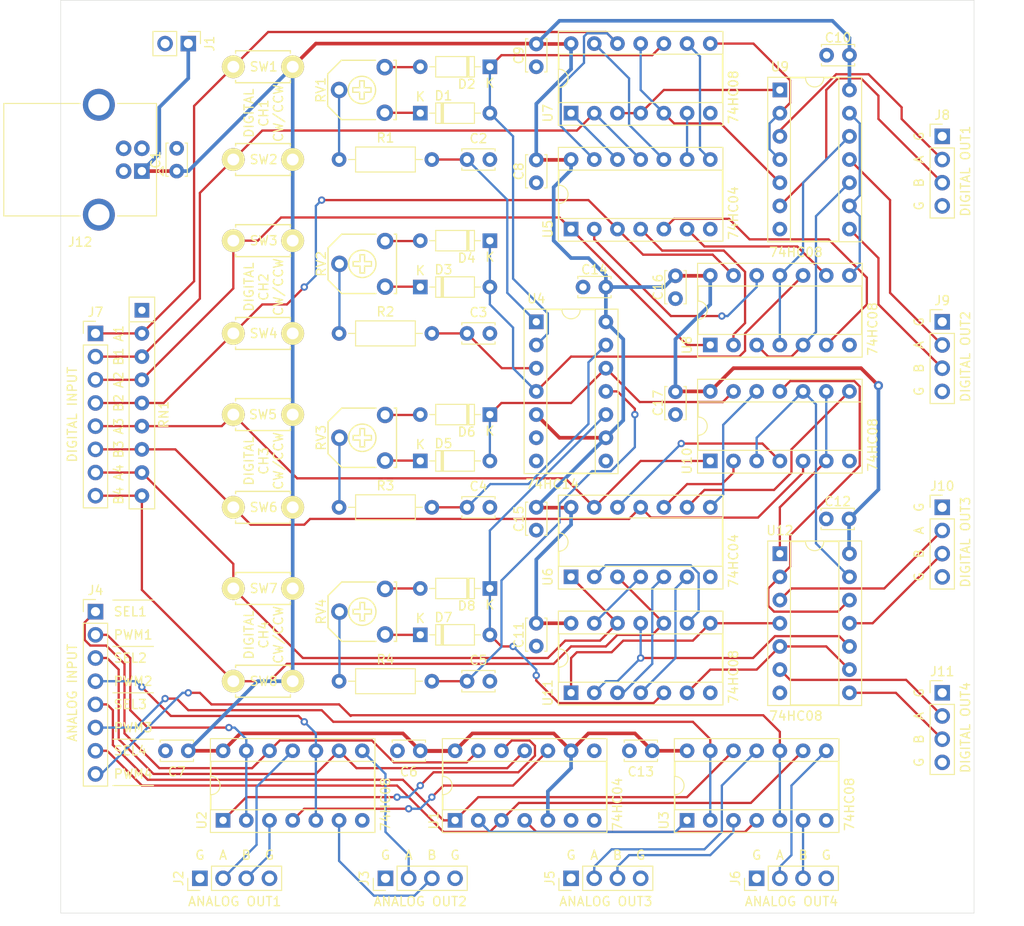
<source format=kicad_pcb>
(kicad_pcb (version 20171130) (host pcbnew "(5.1.6)-1")
  (layers (0 F.Cu signal) (31 B.Cu signal) (34 B.Paste user) (35 F.Paste user) (36 B.SilkS user) (37 F.SilkS user) (38 B.Mask user) (39 F.Mask user) (44 Edge.Cuts user))
  (net 0 "")
  (net 1 +5V)
  (net 2 GND)
  (net 3 "Net-(C2-Pad1)")
  (net 4 "Net-(C3-Pad1)")
  (net 5 "Net-(C4-Pad1)")
  (net 6 "Net-(C5-Pad1)")
  (net 7 /OSC1)
  (net 8 "Net-(D1-Pad1)")
  (net 9 "Net-(D2-Pad2)")
  (net 10 /OSC2)
  (net 11 "Net-(D3-Pad1)")
  (net 12 "Net-(D4-Pad2)")
  (net 13 "Net-(D5-Pad1)")
  (net 14 /OSC3)
  (net 15 "Net-(D6-Pad2)")
  (net 16 "Net-(D7-Pad1)")
  (net 17 /OSC4)
  (net 18 "Net-(D8-Pad2)")
  (net 19 /AOUT1B)
  (net 20 /AOUT1A)
  (net 21 /AOUT2B)
  (net 22 /AOUT2A)
  (net 23 /PWM4IN)
  (net 24 /SEL4)
  (net 25 /PWM3IN)
  (net 26 /SEL3)
  (net 27 /PWM2IN)
  (net 28 /SEL2)
  (net 29 /PWM1IN)
  (net 30 /SEL1)
  (net 31 /AOUT3A)
  (net 32 /AOUT3B)
  (net 33 /AOUT4B)
  (net 34 /AOUT4A)
  (net 35 /DIN1A)
  (net 36 /DIN1B)
  (net 37 /DIN2A)
  (net 38 /DIN2B)
  (net 39 /DIN3A)
  (net 40 /DIN3B)
  (net 41 /DIN4A)
  (net 42 /DIN4B)
  (net 43 /DOUT1A)
  (net 44 /DOUT1B)
  (net 45 /DOUT2B)
  (net 46 /DOUT2A)
  (net 47 /DOUT3A)
  (net 48 /DOUT3B)
  (net 49 /DOUT4A)
  (net 50 /DOUT4B)
  (net 51 "Net-(J12-Pad2)")
  (net 52 "Net-(J12-Pad3)")
  (net 53 "Net-(R1-Pad1)")
  (net 54 "Net-(R2-Pad1)")
  (net 55 "Net-(R3-Pad1)")
  (net 56 "Net-(R4-Pad1)")
  (net 57 "Net-(U1-Pad6)")
  (net 58 "Net-(U1-Pad12)")
  (net 59 "Net-(U1-Pad4)")
  (net 60 "Net-(U1-Pad10)")
  (net 61 "Net-(U1-Pad2)")
  (net 62 "Net-(U1-Pad8)")
  (net 63 "Net-(U4-Pad8)")
  (net 64 "Net-(U4-Pad6)")
  (net 65 "Net-(U5-Pad6)")
  (net 66 "Net-(U5-Pad12)")
  (net 67 "Net-(U5-Pad5)")
  (net 68 "Net-(U5-Pad4)")
  (net 69 "Net-(U5-Pad10)")
  (net 70 "Net-(U5-Pad9)")
  (net 71 "Net-(U5-Pad2)")
  (net 72 "Net-(U5-Pad8)")
  (net 73 "Net-(U11-Pad1)")
  (net 74 "Net-(U10-Pad6)")
  (net 75 "Net-(U11-Pad13)")
  (net 76 "Net-(U11-Pad6)")
  (net 77 "Net-(U11-Pad9)")
  (net 78 "Net-(U7-Pad8)")
  (net 79 "Net-(U7-Pad3)")
  (net 80 "Net-(U7-Pad11)")
  (net 81 "Net-(U8-Pad11)")
  (net 82 "Net-(U8-Pad3)")
  (net 83 "Net-(U8-Pad8)")
  (net 84 "Net-(U10-Pad8)")
  (net 85 "Net-(U10-Pad11)")
  (net 86 "Net-(U11-Pad3)")
  (net 87 "Net-(U11-Pad11)")
  (net 88 "Net-(J12-Pad5)")
  (net 89 "Net-(U10-Pad4)")
  (net 90 "Net-(U10-Pad2)")
  (net 91 "Net-(U10-Pad12)")
  (net 92 "Net-(U10-Pad10)")
  (net 93 "Net-(U11-Pad4)")
  (module MountingHole:MountingHole_3.2mm_M3 (layer F.Cu) (at 196 54)
    (fp_text reference MH3 hide)
    (fp_text value MountingHole_3.2mm_M3)
    (pad 1 np_thru_hole circle (at 0 0) (size 3.2 3.2) (drill 3.2) (layers *.Cu *.Mask))
  )
  (module MyLib:TSR-065 (layer F.Cu) (at 133.02 116.98 90)
    (fp_text reference RV4 (at 0 -4.5 90) (layer F.SilkS))
    (fp_text value R_POT hide)
    (pad 3 thru_hole circle (at 2.5 2.5 90) (size 1.8 1.8) (drill 1) (layers *.Cu *.Mask) (net 18 "Net-(D8-Pad2)"))
    (pad 2 thru_hole circle (at 0 -2.5 90) (size 1.8 1.8) (drill 1) (layers *.Cu *.Mask) (net 56 "Net-(R4-Pad1)"))
    (pad 1 thru_hole circle (at -2.5 2.5 90) (size 1.8 1.8) (drill 1) (layers *.Cu *.Mask) (net 16 "Net-(D7-Pad1)"))
  )
  (module MountingHole:MountingHole_3.2mm_M3 (layer F.Cu) (at 196 146)
    (fp_text reference MH2 hide)
    (fp_text value MountingHole_3.2mm_M3)
    (pad 1 np_thru_hole circle (at 0 0) (size 3.2 3.2) (drill 3.2) (layers *.Cu *.Mask))
  )
  (module MountingHole:MountingHole_3.2mm_M3 (layer F.Cu) (at 104 54)
    (fp_text reference MH4 hide)
    (fp_text value MountingHole_3.2mm_M3)
    (pad 1 np_thru_hole circle (at 0 0) (size 3.2 3.2) (drill 3.2) (layers *.Cu *.Mask))
  )
  (module MountingHole:MountingHole_3.2mm_M3 (layer F.Cu) (at 104 146)
    (fp_text reference MH1 hide)
    (fp_text value MountingHole_3.2mm_M3)
    (pad 1 np_thru_hole circle (at 0 0) (size 3.2 3.2) (drill 3.2) (layers *.Cu *.Mask))
  )
  (module Capacitor_THT:C_Disc_D3.4mm_W2.1mm_P2.50mm (layer F.Cu) (at 112.7 68.72 90)
    (fp_text reference C1 (at 1.25 -2.3 90) (layer F.SilkS))
    (fp_text value 0.1u)
    (pad 1 thru_hole circle (at 0 0 90) (size 1.6 1.6) (drill 0.8) (layers *.Cu *.Mask) (net 1 +5V))
    (pad 2 thru_hole circle (at 2.5 0 90) (size 1.6 1.6) (drill 0.8) (layers *.Cu *.Mask) (net 2 GND))
  )
  (module Capacitor_THT:C_Disc_D3.4mm_W2.1mm_P2.50mm (layer F.Cu) (at 144.49 67.45)
    (fp_text reference C2 (at 1.25 -2.3) (layer F.SilkS))
    (fp_text value 0.1u)
    (pad 2 thru_hole circle (at 2.5 0) (size 1.6 1.6) (drill 0.8) (layers *.Cu *.Mask) (net 2 GND))
    (pad 1 thru_hole circle (at 0 0) (size 1.6 1.6) (drill 0.8) (layers *.Cu *.Mask) (net 3 "Net-(C2-Pad1)"))
  )
  (module Capacitor_THT:C_Disc_D3.4mm_W2.1mm_P2.50mm (layer F.Cu) (at 144.49 86.5)
    (fp_text reference C3 (at 1.25 -2.3) (layer F.SilkS))
    (fp_text value 0.1u)
    (pad 2 thru_hole circle (at 2.5 0) (size 1.6 1.6) (drill 0.8) (layers *.Cu *.Mask) (net 2 GND))
    (pad 1 thru_hole circle (at 0 0) (size 1.6 1.6) (drill 0.8) (layers *.Cu *.Mask) (net 4 "Net-(C3-Pad1)"))
  )
  (module Capacitor_THT:C_Disc_D3.4mm_W2.1mm_P2.50mm (layer F.Cu) (at 144.49 105.55)
    (fp_text reference C4 (at 1.25 -2.3) (layer F.SilkS))
    (fp_text value 0.1u)
    (pad 1 thru_hole circle (at 0 0) (size 1.6 1.6) (drill 0.8) (layers *.Cu *.Mask) (net 5 "Net-(C4-Pad1)"))
    (pad 2 thru_hole circle (at 2.5 0) (size 1.6 1.6) (drill 0.8) (layers *.Cu *.Mask) (net 2 GND))
  )
  (module Capacitor_THT:C_Disc_D3.4mm_W2.1mm_P2.50mm (layer F.Cu) (at 144.49 124.6)
    (fp_text reference C5 (at 1.25 -2.3) (layer F.SilkS))
    (fp_text value C)
    (pad 2 thru_hole circle (at 2.5 0) (size 1.6 1.6) (drill 0.8) (layers *.Cu *.Mask) (net 2 GND))
    (pad 1 thru_hole circle (at 0 0) (size 1.6 1.6) (drill 0.8) (layers *.Cu *.Mask) (net 6 "Net-(C5-Pad1)"))
  )
  (module Capacitor_THT:C_Disc_D3.4mm_W2.1mm_P2.50mm (layer F.Cu) (at 139.37 132.22 180)
    (fp_text reference C6 (at 1.25 -2.3) (layer F.SilkS))
    (fp_text value 0.1u)
    (pad 1 thru_hole circle (at 0 0 180) (size 1.6 1.6) (drill 0.8) (layers *.Cu *.Mask) (net 1 +5V))
    (pad 2 thru_hole circle (at 2.5 0 180) (size 1.6 1.6) (drill 0.8) (layers *.Cu *.Mask) (net 2 GND))
  )
  (module Capacitor_THT:C_Disc_D3.4mm_W2.1mm_P2.50mm (layer F.Cu) (at 113.97 132.22 180)
    (fp_text reference C7 (at 1.25 -2.3) (layer F.SilkS))
    (fp_text value 0.1u)
    (pad 1 thru_hole circle (at 0 0 180) (size 1.6 1.6) (drill 0.8) (layers *.Cu *.Mask) (net 1 +5V))
    (pad 2 thru_hole circle (at 2.5 0 180) (size 1.6 1.6) (drill 0.8) (layers *.Cu *.Mask) (net 2 GND))
  )
  (module Capacitor_THT:C_Disc_D3.4mm_W2.1mm_P2.50mm (layer F.Cu) (at 152.07 67.49 270)
    (fp_text reference C8 (at 1.25 1.905 90) (layer F.SilkS))
    (fp_text value 0.1u)
    (pad 2 thru_hole circle (at 2.5 0 270) (size 1.6 1.6) (drill 0.8) (layers *.Cu *.Mask) (net 2 GND))
    (pad 1 thru_hole circle (at 0 0 270) (size 1.6 1.6) (drill 0.8) (layers *.Cu *.Mask) (net 1 +5V))
  )
  (module Capacitor_THT:C_Disc_D3.4mm_W2.1mm_P2.50mm (layer F.Cu) (at 152.07 54.79 270)
    (fp_text reference C9 (at 1.25 1.905 90) (layer F.SilkS))
    (fp_text value 0.1u)
    (pad 2 thru_hole circle (at 2.5 0 270) (size 1.6 1.6) (drill 0.8) (layers *.Cu *.Mask) (net 2 GND))
    (pad 1 thru_hole circle (at 0 0 270) (size 1.6 1.6) (drill 0.8) (layers *.Cu *.Mask) (net 1 +5V))
  )
  (module Capacitor_THT:C_Disc_D3.4mm_W2.1mm_P2.50mm (layer F.Cu) (at 186.36 56.02 180)
    (fp_text reference C10 (at 1.25 1.905) (layer F.SilkS))
    (fp_text value 0.1u)
    (pad 2 thru_hole circle (at 2.5 0 180) (size 1.6 1.6) (drill 0.8) (layers *.Cu *.Mask) (net 2 GND))
    (pad 1 thru_hole circle (at 0 0 180) (size 1.6 1.6) (drill 0.8) (layers *.Cu *.Mask) (net 1 +5V))
  )
  (module Capacitor_THT:C_Disc_D3.4mm_W2.1mm_P2.50mm (layer F.Cu) (at 152.07 118.25 270)
    (fp_text reference C11 (at 1.27 1.905 90) (layer F.SilkS))
    (fp_text value 0.1u)
    (pad 1 thru_hole circle (at 0 0 270) (size 1.6 1.6) (drill 0.8) (layers *.Cu *.Mask) (net 1 +5V))
    (pad 2 thru_hole circle (at 2.5 0 270) (size 1.6 1.6) (drill 0.8) (layers *.Cu *.Mask) (net 2 GND))
  )
  (module Capacitor_THT:C_Disc_D3.4mm_W2.1mm_P2.50mm (layer F.Cu) (at 186.32 106.82 180)
    (fp_text reference C12 (at 1.25 1.905) (layer F.SilkS))
    (fp_text value 0.1u)
    (pad 2 thru_hole circle (at 2.5 0 180) (size 1.6 1.6) (drill 0.8) (layers *.Cu *.Mask) (net 2 GND))
    (pad 1 thru_hole circle (at 0 0 180) (size 1.6 1.6) (drill 0.8) (layers *.Cu *.Mask) (net 1 +5V))
  )
  (module Capacitor_THT:C_Disc_D3.4mm_W2.1mm_P2.50mm (layer F.Cu) (at 164.77 132.22 180)
    (fp_text reference C13 (at 1.25 -2.3) (layer F.SilkS))
    (fp_text value 0.1u)
    (pad 1 thru_hole circle (at 0 0 180) (size 1.6 1.6) (drill 0.8) (layers *.Cu *.Mask) (net 1 +5V))
    (pad 2 thru_hole circle (at 2.5 0 180) (size 1.6 1.6) (drill 0.8) (layers *.Cu *.Mask) (net 2 GND))
  )
  (module Capacitor_THT:C_Disc_D3.4mm_W2.1mm_P2.50mm (layer F.Cu) (at 159.69 81.42 180)
    (fp_text reference C14 (at 1.25 1.905) (layer F.SilkS))
    (fp_text value 0.1u)
    (pad 1 thru_hole circle (at 0 0 180) (size 1.6 1.6) (drill 0.8) (layers *.Cu *.Mask) (net 1 +5V))
    (pad 2 thru_hole circle (at 2.5 0 180) (size 1.6 1.6) (drill 0.8) (layers *.Cu *.Mask) (net 2 GND))
  )
  (module Capacitor_THT:C_Disc_D3.4mm_W2.1mm_P2.50mm (layer F.Cu) (at 152.07 105.55 270)
    (fp_text reference C15 (at 1.27 1.905 90) (layer F.SilkS))
    (fp_text value 0.1u)
    (pad 1 thru_hole circle (at 0 0 270) (size 1.6 1.6) (drill 0.8) (layers *.Cu *.Mask) (net 1 +5V))
    (pad 2 thru_hole circle (at 2.5 0 270) (size 1.6 1.6) (drill 0.8) (layers *.Cu *.Mask) (net 2 GND))
  )
  (module Capacitor_THT:C_Disc_D3.4mm_W2.1mm_P2.50mm (layer F.Cu) (at 167.31 80.19 270)
    (fp_text reference C16 (at 1.23 1.905 90) (layer F.SilkS))
    (fp_text value 0.1u)
    (pad 2 thru_hole circle (at 2.5 0 270) (size 1.6 1.6) (drill 0.8) (layers *.Cu *.Mask) (net 2 GND))
    (pad 1 thru_hole circle (at 0 0 270) (size 1.6 1.6) (drill 0.8) (layers *.Cu *.Mask) (net 1 +5V))
  )
  (module Capacitor_THT:C_Disc_D3.4mm_W2.1mm_P2.50mm (layer F.Cu) (at 167.31 92.89 270)
    (fp_text reference C17 (at 1.23 1.905 90) (layer F.SilkS))
    (fp_text value 0.1u)
    (pad 1 thru_hole circle (at 0 0 270) (size 1.6 1.6) (drill 0.8) (layers *.Cu *.Mask) (net 1 +5V))
    (pad 2 thru_hole circle (at 2.5 0 270) (size 1.6 1.6) (drill 0.8) (layers *.Cu *.Mask) (net 2 GND))
  )
  (module Diode_THT:D_DO-35_SOD27_P7.62mm_Horizontal (layer F.Cu) (at 139.37 62.37)
    (fp_text reference D1 (at 2.54 -1.905) (layer F.SilkS))
    (fp_text value 1N4148)
    (fp_text user K (at 0 -1.8) (layer F.SilkS))
    (pad 2 thru_hole oval (at 7.62 0) (size 1.6 1.6) (drill 0.8) (layers *.Cu *.Mask) (net 7 /OSC1))
    (pad 1 thru_hole rect (at 0 0) (size 1.6 1.6) (drill 0.8) (layers *.Cu *.Mask) (net 8 "Net-(D1-Pad1)"))
  )
  (module Diode_THT:D_DO-35_SOD27_P7.62mm_Horizontal (layer F.Cu) (at 146.99 57.29 180)
    (fp_text reference D2 (at 2.54 -1.905) (layer F.SilkS))
    (fp_text value 1N4148)
    (fp_text user K (at 0 -1.8) (layer F.SilkS))
    (pad 1 thru_hole rect (at 0 0 180) (size 1.6 1.6) (drill 0.8) (layers *.Cu *.Mask) (net 7 /OSC1))
    (pad 2 thru_hole oval (at 7.62 0 180) (size 1.6 1.6) (drill 0.8) (layers *.Cu *.Mask) (net 9 "Net-(D2-Pad2)"))
  )
  (module Diode_THT:D_DO-35_SOD27_P7.62mm_Horizontal (layer F.Cu) (at 139.37 81.42)
    (fp_text reference D3 (at 2.54 -1.905) (layer F.SilkS))
    (fp_text value 1N4148)
    (fp_text user K (at 0 -1.8) (layer F.SilkS))
    (pad 2 thru_hole oval (at 7.62 0) (size 1.6 1.6) (drill 0.8) (layers *.Cu *.Mask) (net 10 /OSC2))
    (pad 1 thru_hole rect (at 0 0) (size 1.6 1.6) (drill 0.8) (layers *.Cu *.Mask) (net 11 "Net-(D3-Pad1)"))
  )
  (module Diode_THT:D_DO-35_SOD27_P7.62mm_Horizontal (layer F.Cu) (at 146.99 76.34 180)
    (fp_text reference D4 (at 2.54 -1.905) (layer F.SilkS))
    (fp_text value 1N4148)
    (fp_text user K (at 0 -1.8) (layer F.SilkS))
    (pad 1 thru_hole rect (at 0 0 180) (size 1.6 1.6) (drill 0.8) (layers *.Cu *.Mask) (net 10 /OSC2))
    (pad 2 thru_hole oval (at 7.62 0 180) (size 1.6 1.6) (drill 0.8) (layers *.Cu *.Mask) (net 12 "Net-(D4-Pad2)"))
  )
  (module Diode_THT:D_DO-35_SOD27_P7.62mm_Horizontal (layer F.Cu) (at 139.37 100.47)
    (fp_text reference D5 (at 2.54 -1.905) (layer F.SilkS))
    (fp_text value 1N4148)
    (fp_text user K (at 0 -1.8) (layer F.SilkS))
    (pad 1 thru_hole rect (at 0 0) (size 1.6 1.6) (drill 0.8) (layers *.Cu *.Mask) (net 13 "Net-(D5-Pad1)"))
    (pad 2 thru_hole oval (at 7.62 0) (size 1.6 1.6) (drill 0.8) (layers *.Cu *.Mask) (net 14 /OSC3))
  )
  (module Diode_THT:D_DO-35_SOD27_P7.62mm_Horizontal (layer F.Cu) (at 146.99 95.39 180)
    (fp_text reference D6 (at 2.54 -1.905) (layer F.SilkS))
    (fp_text value 1N4148)
    (fp_text user K (at 0 -1.8) (layer F.SilkS))
    (pad 2 thru_hole oval (at 7.62 0 180) (size 1.6 1.6) (drill 0.8) (layers *.Cu *.Mask) (net 15 "Net-(D6-Pad2)"))
    (pad 1 thru_hole rect (at 0 0 180) (size 1.6 1.6) (drill 0.8) (layers *.Cu *.Mask) (net 14 /OSC3))
  )
  (module Diode_THT:D_DO-35_SOD27_P7.62mm_Horizontal (layer F.Cu) (at 139.37 119.52)
    (fp_text reference D7 (at 2.54 -1.905) (layer F.SilkS))
    (fp_text value 1N4148)
    (fp_text user K (at 0 -1.8) (layer F.SilkS))
    (pad 1 thru_hole rect (at 0 0) (size 1.6 1.6) (drill 0.8) (layers *.Cu *.Mask) (net 16 "Net-(D7-Pad1)"))
    (pad 2 thru_hole oval (at 7.62 0) (size 1.6 1.6) (drill 0.8) (layers *.Cu *.Mask) (net 17 /OSC4))
  )
  (module Diode_THT:D_DO-35_SOD27_P7.62mm_Horizontal (layer F.Cu) (at 146.99 114.44 180)
    (fp_text reference D8 (at 2.54 -1.905) (layer F.SilkS))
    (fp_text value 1N4148)
    (fp_text user K (at 0 -1.8) (layer F.SilkS))
    (pad 2 thru_hole oval (at 7.62 0 180) (size 1.6 1.6) (drill 0.8) (layers *.Cu *.Mask) (net 18 "Net-(D8-Pad2)"))
    (pad 1 thru_hole rect (at 0 0 180) (size 1.6 1.6) (drill 0.8) (layers *.Cu *.Mask) (net 17 /OSC4))
  )
  (module Connector_PinHeader_2.54mm:PinHeader_1x02_P2.54mm_Vertical (layer F.Cu) (at 113.97 54.75 270)
    (fp_text reference J1 (at 0 -2.33 90) (layer F.SilkS))
    (fp_text value POWER)
    (pad 1 thru_hole rect (at 0 0 270) (size 1.7 1.7) (drill 1) (layers *.Cu *.Mask) (net 1 +5V))
    (pad 2 thru_hole oval (at 0 2.54 270) (size 1.7 1.7) (drill 1) (layers *.Cu *.Mask) (net 2 GND))
  )
  (module Connector_PinHeader_2.54mm:PinHeader_1x04_P2.54mm_Vertical (layer F.Cu) (at 115.24 146.19 90)
    (fp_text reference J2 (at 0 -2.33 90) (layer F.SilkS))
    (fp_text value "ANALOG OUT1")
    (pad 4 thru_hole oval (at 0 7.62 90) (size 1.7 1.7) (drill 1) (layers *.Cu *.Mask) (net 2 GND))
    (pad 3 thru_hole oval (at 0 5.08 90) (size 1.7 1.7) (drill 1) (layers *.Cu *.Mask) (net 19 /AOUT1B))
    (pad 2 thru_hole oval (at 0 2.54 90) (size 1.7 1.7) (drill 1) (layers *.Cu *.Mask) (net 20 /AOUT1A))
    (pad 1 thru_hole rect (at 0 0 90) (size 1.7 1.7) (drill 1) (layers *.Cu *.Mask) (net 2 GND))
  )
  (module Connector_PinHeader_2.54mm:PinHeader_1x04_P2.54mm_Vertical (layer F.Cu) (at 135.56 146.19 90)
    (fp_text reference J3 (at 0 -2.33 90) (layer F.SilkS))
    (fp_text value "ANALOG OUT2")
    (pad 4 thru_hole oval (at 0 7.62 90) (size 1.7 1.7) (drill 1) (layers *.Cu *.Mask) (net 2 GND))
    (pad 3 thru_hole oval (at 0 5.08 90) (size 1.7 1.7) (drill 1) (layers *.Cu *.Mask) (net 21 /AOUT2B))
    (pad 2 thru_hole oval (at 0 2.54 90) (size 1.7 1.7) (drill 1) (layers *.Cu *.Mask) (net 22 /AOUT2A))
    (pad 1 thru_hole rect (at 0 0 90) (size 1.7 1.7) (drill 1) (layers *.Cu *.Mask) (net 2 GND))
  )
  (module Connector_PinHeader_2.54mm:PinHeader_1x08_P2.54mm_Vertical (layer F.Cu) (at 103.81 116.98)
    (fp_text reference J4 (at 0 -2.33) (layer F.SilkS))
    (fp_text value "ANALOG INPUT")
    (pad 8 thru_hole oval (at 0 17.78) (size 1.7 1.7) (drill 1) (layers *.Cu *.Mask) (net 23 /PWM4IN))
    (pad 7 thru_hole oval (at 0 15.24) (size 1.7 1.7) (drill 1) (layers *.Cu *.Mask) (net 24 /SEL4))
    (pad 6 thru_hole oval (at 0 12.7) (size 1.7 1.7) (drill 1) (layers *.Cu *.Mask) (net 25 /PWM3IN))
    (pad 5 thru_hole oval (at 0 10.16) (size 1.7 1.7) (drill 1) (layers *.Cu *.Mask) (net 26 /SEL3))
    (pad 4 thru_hole oval (at 0 7.62) (size 1.7 1.7) (drill 1) (layers *.Cu *.Mask) (net 27 /PWM2IN))
    (pad 3 thru_hole oval (at 0 5.08) (size 1.7 1.7) (drill 1) (layers *.Cu *.Mask) (net 28 /SEL2))
    (pad 2 thru_hole oval (at 0 2.54) (size 1.7 1.7) (drill 1) (layers *.Cu *.Mask) (net 29 /PWM1IN))
    (pad 1 thru_hole rect (at 0 0) (size 1.7 1.7) (drill 1) (layers *.Cu *.Mask) (net 30 /SEL1))
  )
  (module Connector_PinHeader_2.54mm:PinHeader_1x04_P2.54mm_Vertical (layer F.Cu) (at 155.88 146.19 90)
    (fp_text reference J5 (at 0 -2.33 90) (layer F.SilkS))
    (fp_text value "ANALOG OUT3")
    (pad 1 thru_hole rect (at 0 0 90) (size 1.7 1.7) (drill 1) (layers *.Cu *.Mask) (net 2 GND))
    (pad 2 thru_hole oval (at 0 2.54 90) (size 1.7 1.7) (drill 1) (layers *.Cu *.Mask) (net 31 /AOUT3A))
    (pad 3 thru_hole oval (at 0 5.08 90) (size 1.7 1.7) (drill 1) (layers *.Cu *.Mask) (net 32 /AOUT3B))
    (pad 4 thru_hole oval (at 0 7.62 90) (size 1.7 1.7) (drill 1) (layers *.Cu *.Mask) (net 2 GND))
  )
  (module Connector_PinHeader_2.54mm:PinHeader_1x04_P2.54mm_Vertical (layer F.Cu) (at 176.2 146.19 90)
    (fp_text reference J6 (at 0 -2.33 90) (layer F.SilkS))
    (fp_text value "ANALOG OUT4")
    (pad 4 thru_hole oval (at 0 7.62 90) (size 1.7 1.7) (drill 1) (layers *.Cu *.Mask) (net 2 GND))
    (pad 3 thru_hole oval (at 0 5.08 90) (size 1.7 1.7) (drill 1) (layers *.Cu *.Mask) (net 33 /AOUT4B))
    (pad 2 thru_hole oval (at 0 2.54 90) (size 1.7 1.7) (drill 1) (layers *.Cu *.Mask) (net 34 /AOUT4A))
    (pad 1 thru_hole rect (at 0 0 90) (size 1.7 1.7) (drill 1) (layers *.Cu *.Mask) (net 2 GND))
  )
  (module Connector_PinHeader_2.54mm:PinHeader_1x08_P2.54mm_Vertical (layer F.Cu) (at 103.81 86.5)
    (fp_text reference J7 (at 0 -2.33) (layer F.SilkS))
    (fp_text value "DIGITAL INPUT")
    (pad 1 thru_hole rect (at 0 0) (size 1.7 1.7) (drill 1) (layers *.Cu *.Mask) (net 35 /DIN1A))
    (pad 2 thru_hole oval (at 0 2.54) (size 1.7 1.7) (drill 1) (layers *.Cu *.Mask) (net 36 /DIN1B))
    (pad 3 thru_hole oval (at 0 5.08) (size 1.7 1.7) (drill 1) (layers *.Cu *.Mask) (net 37 /DIN2A))
    (pad 4 thru_hole oval (at 0 7.62) (size 1.7 1.7) (drill 1) (layers *.Cu *.Mask) (net 38 /DIN2B))
    (pad 5 thru_hole oval (at 0 10.16) (size 1.7 1.7) (drill 1) (layers *.Cu *.Mask) (net 39 /DIN3A))
    (pad 6 thru_hole oval (at 0 12.7) (size 1.7 1.7) (drill 1) (layers *.Cu *.Mask) (net 40 /DIN3B))
    (pad 7 thru_hole oval (at 0 15.24) (size 1.7 1.7) (drill 1) (layers *.Cu *.Mask) (net 41 /DIN4A))
    (pad 8 thru_hole oval (at 0 17.78) (size 1.7 1.7) (drill 1) (layers *.Cu *.Mask) (net 42 /DIN4B))
  )
  (module Connector_PinHeader_2.54mm:PinHeader_1x04_P2.54mm_Vertical (layer F.Cu) (at 196.52 64.91)
    (fp_text reference J8 (at 0 -2.33) (layer F.SilkS))
    (fp_text value "DIGITAL OUT1")
    (pad 1 thru_hole rect (at 0 0) (size 1.7 1.7) (drill 1) (layers *.Cu *.Mask) (net 2 GND))
    (pad 2 thru_hole oval (at 0 2.54) (size 1.7 1.7) (drill 1) (layers *.Cu *.Mask) (net 43 /DOUT1A))
    (pad 3 thru_hole oval (at 0 5.08) (size 1.7 1.7) (drill 1) (layers *.Cu *.Mask) (net 44 /DOUT1B))
    (pad 4 thru_hole oval (at 0 7.62) (size 1.7 1.7) (drill 1) (layers *.Cu *.Mask) (net 2 GND))
  )
  (module Connector_PinHeader_2.54mm:PinHeader_1x04_P2.54mm_Vertical (layer F.Cu) (at 196.52 85.23)
    (fp_text reference J9 (at 0 -2.33) (layer F.SilkS))
    (fp_text value "DIGITAL OUT2")
    (pad 4 thru_hole oval (at 0 7.62) (size 1.7 1.7) (drill 1) (layers *.Cu *.Mask) (net 2 GND))
    (pad 3 thru_hole oval (at 0 5.08) (size 1.7 1.7) (drill 1) (layers *.Cu *.Mask) (net 45 /DOUT2B))
    (pad 2 thru_hole oval (at 0 2.54) (size 1.7 1.7) (drill 1) (layers *.Cu *.Mask) (net 46 /DOUT2A))
    (pad 1 thru_hole rect (at 0 0) (size 1.7 1.7) (drill 1) (layers *.Cu *.Mask) (net 2 GND))
  )
  (module Connector_PinHeader_2.54mm:PinHeader_1x04_P2.54mm_Vertical (layer F.Cu) (at 196.52 105.55)
    (fp_text reference J10 (at 0 -2.33) (layer F.SilkS))
    (fp_text value "DIGITAL OUT3")
    (pad 1 thru_hole rect (at 0 0) (size 1.7 1.7) (drill 1) (layers *.Cu *.Mask) (net 2 GND))
    (pad 2 thru_hole oval (at 0 2.54) (size 1.7 1.7) (drill 1) (layers *.Cu *.Mask) (net 47 /DOUT3A))
    (pad 3 thru_hole oval (at 0 5.08) (size 1.7 1.7) (drill 1) (layers *.Cu *.Mask) (net 48 /DOUT3B))
    (pad 4 thru_hole oval (at 0 7.62) (size 1.7 1.7) (drill 1) (layers *.Cu *.Mask) (net 2 GND))
  )
  (module Connector_PinHeader_2.54mm:PinHeader_1x04_P2.54mm_Vertical (layer F.Cu) (at 196.52 125.87)
    (fp_text reference J11 (at 0 -2.33) (layer F.SilkS))
    (fp_text value "DIGITAL OUT4")
    (pad 1 thru_hole rect (at 0 0) (size 1.7 1.7) (drill 1) (layers *.Cu *.Mask) (net 2 GND))
    (pad 2 thru_hole oval (at 0 2.54) (size 1.7 1.7) (drill 1) (layers *.Cu *.Mask) (net 49 /DOUT4A))
    (pad 3 thru_hole oval (at 0 5.08) (size 1.7 1.7) (drill 1) (layers *.Cu *.Mask) (net 50 /DOUT4B))
    (pad 4 thru_hole oval (at 0 7.62) (size 1.7 1.7) (drill 1) (layers *.Cu *.Mask) (net 2 GND))
  )
  (module Connector_USB:USB_B_OST_USB-B1HSxx_Horizontal (layer F.Cu) (at 108.89 68.72 180)
    (fp_text reference J12 (at 6.76 -7.77) (layer F.SilkS))
    (fp_text value USB_B)
    (pad 1 thru_hole rect (at 0 0 180) (size 1.7 1.7) (drill 0.92) (layers *.Cu *.Mask) (net 1 +5V))
    (pad 2 thru_hole circle (at 0 2.5 180) (size 1.7 1.7) (drill 0.92) (layers *.Cu *.Mask) (net 51 "Net-(J12-Pad2)"))
    (pad 3 thru_hole circle (at 2 2.5 180) (size 1.7 1.7) (drill 0.92) (layers *.Cu *.Mask) (net 52 "Net-(J12-Pad3)"))
    (pad 4 thru_hole circle (at 2 0 180) (size 1.7 1.7) (drill 0.92) (layers *.Cu *.Mask) (net 2 GND))
    (pad 5 thru_hole circle (at 4.71 -4.77 180) (size 3.5 3.5) (drill 2.33) (layers *.Cu *.Mask) (net 88 "Net-(J12-Pad5)"))
    (pad 5 thru_hole circle (at 4.71 7.27 180) (size 3.5 3.5) (drill 2.33) (layers *.Cu *.Mask) (net 88 "Net-(J12-Pad5)"))
  )
  (module Resistor_THT:R_Axial_DIN0207_L6.3mm_D2.5mm_P10.16mm_Horizontal (layer F.Cu) (at 130.48 67.45)
    (fp_text reference R1 (at 5.08 -2.37) (layer F.SilkS))
    (fp_text value R)
    (pad 1 thru_hole circle (at 0 0) (size 1.6 1.6) (drill 0.8) (layers *.Cu *.Mask) (net 53 "Net-(R1-Pad1)"))
    (pad 2 thru_hole oval (at 10.16 0) (size 1.6 1.6) (drill 0.8) (layers *.Cu *.Mask) (net 3 "Net-(C2-Pad1)"))
  )
  (module Resistor_THT:R_Axial_DIN0207_L6.3mm_D2.5mm_P10.16mm_Horizontal (layer F.Cu) (at 130.48 86.5)
    (fp_text reference R2 (at 5.08 -2.37) (layer F.SilkS))
    (fp_text value R)
    (pad 2 thru_hole oval (at 10.16 0) (size 1.6 1.6) (drill 0.8) (layers *.Cu *.Mask) (net 4 "Net-(C3-Pad1)"))
    (pad 1 thru_hole circle (at 0 0) (size 1.6 1.6) (drill 0.8) (layers *.Cu *.Mask) (net 54 "Net-(R2-Pad1)"))
  )
  (module Resistor_THT:R_Axial_DIN0207_L6.3mm_D2.5mm_P10.16mm_Horizontal (layer F.Cu) (at 130.48 105.55)
    (fp_text reference R3 (at 5.08 -2.37) (layer F.SilkS))
    (fp_text value R)
    (pad 1 thru_hole circle (at 0 0) (size 1.6 1.6) (drill 0.8) (layers *.Cu *.Mask) (net 55 "Net-(R3-Pad1)"))
    (pad 2 thru_hole oval (at 10.16 0) (size 1.6 1.6) (drill 0.8) (layers *.Cu *.Mask) (net 5 "Net-(C4-Pad1)"))
  )
  (module Resistor_THT:R_Axial_DIN0207_L6.3mm_D2.5mm_P10.16mm_Horizontal (layer F.Cu) (at 130.48 124.6)
    (fp_text reference R4 (at 5.08 -2.37) (layer F.SilkS))
    (fp_text value R)
    (pad 2 thru_hole oval (at 10.16 0) (size 1.6 1.6) (drill 0.8) (layers *.Cu *.Mask) (net 6 "Net-(C5-Pad1)"))
    (pad 1 thru_hole circle (at 0 0) (size 1.6 1.6) (drill 0.8) (layers *.Cu *.Mask) (net 56 "Net-(R4-Pad1)"))
  )
  (module Resistor_THT:R_Array_SIP9 (layer F.Cu) (at 108.89 83.96 270)
    (fp_text reference RN1 (at 11.43 -2.4 90) (layer F.SilkS))
    (fp_text value 330)
    (pad 1 thru_hole rect (at 0 0 270) (size 1.6 1.6) (drill 0.8) (layers *.Cu *.Mask) (net 2 GND))
    (pad 2 thru_hole oval (at 2.54 0 270) (size 1.6 1.6) (drill 0.8) (layers *.Cu *.Mask) (net 35 /DIN1A))
    (pad 3 thru_hole oval (at 5.08 0 270) (size 1.6 1.6) (drill 0.8) (layers *.Cu *.Mask) (net 36 /DIN1B))
    (pad 4 thru_hole oval (at 7.62 0 270) (size 1.6 1.6) (drill 0.8) (layers *.Cu *.Mask) (net 37 /DIN2A))
    (pad 5 thru_hole oval (at 10.16 0 270) (size 1.6 1.6) (drill 0.8) (layers *.Cu *.Mask) (net 38 /DIN2B))
    (pad 6 thru_hole oval (at 12.7 0 270) (size 1.6 1.6) (drill 0.8) (layers *.Cu *.Mask) (net 39 /DIN3A))
    (pad 7 thru_hole oval (at 15.24 0 270) (size 1.6 1.6) (drill 0.8) (layers *.Cu *.Mask) (net 40 /DIN3B))
    (pad 8 thru_hole oval (at 17.78 0 270) (size 1.6 1.6) (drill 0.8) (layers *.Cu *.Mask) (net 41 /DIN4A))
    (pad 9 thru_hole oval (at 20.32 0 270) (size 1.6 1.6) (drill 0.8) (layers *.Cu *.Mask) (net 42 /DIN4B))
  )
  (module MyLib:TSR-065 (layer F.Cu) (at 132.98 59.83 90)
    (fp_text reference RV1 (at 0 -4.5 90) (layer F.SilkS))
    (fp_text value R_POT hide)
    (pad 3 thru_hole circle (at 2.5 2.5 90) (size 1.8 1.8) (drill 1) (layers *.Cu *.Mask) (net 9 "Net-(D2-Pad2)"))
    (pad 2 thru_hole circle (at 0 -2.5 90) (size 1.8 1.8) (drill 1) (layers *.Cu *.Mask) (net 53 "Net-(R1-Pad1)"))
    (pad 1 thru_hole circle (at -2.5 2.5 90) (size 1.8 1.8) (drill 1) (layers *.Cu *.Mask) (net 8 "Net-(D1-Pad1)"))
  )
  (module MyLib:TSR-065 (layer F.Cu) (at 133.02 78.88 90)
    (fp_text reference RV2 (at 0 -4.5 90) (layer F.SilkS))
    (fp_text value R_POT hide)
    (pad 1 thru_hole circle (at -2.5 2.5 90) (size 1.8 1.8) (drill 1) (layers *.Cu *.Mask) (net 11 "Net-(D3-Pad1)"))
    (pad 2 thru_hole circle (at 0 -2.5 90) (size 1.8 1.8) (drill 1) (layers *.Cu *.Mask) (net 54 "Net-(R2-Pad1)"))
    (pad 3 thru_hole circle (at 2.5 2.5 90) (size 1.8 1.8) (drill 1) (layers *.Cu *.Mask) (net 12 "Net-(D4-Pad2)"))
  )
  (module MyLib:TSR-065 (layer F.Cu) (at 133.02 97.93 90)
    (fp_text reference RV3 (at 0 -4.5 90) (layer F.SilkS))
    (fp_text value R_POT hide)
    (pad 1 thru_hole circle (at -2.5 2.5 90) (size 1.8 1.8) (drill 1) (layers *.Cu *.Mask) (net 13 "Net-(D5-Pad1)"))
    (pad 2 thru_hole circle (at 0 -2.5 90) (size 1.8 1.8) (drill 1) (layers *.Cu *.Mask) (net 55 "Net-(R3-Pad1)"))
    (pad 3 thru_hole circle (at 2.5 2.5 90) (size 1.8 1.8) (drill 1) (layers *.Cu *.Mask) (net 15 "Net-(D6-Pad2)"))
  )
  (module MyLib:TactSW_TVBP06_3.5x6.0-ThroughHole (layer F.Cu) (at 122.15 57.29 180)
    (fp_text reference SW1 (at -0.075 0) (layer F.SilkS))
    (fp_text value D1A)
    (pad 2 thru_hole circle (at 3.25 0 180) (size 2.5 2.5) (drill 1.3) (layers *.Cu *.Mask F.SilkS) (net 35 /DIN1A))
    (pad 1 thru_hole circle (at -3.25 0 180) (size 2.5 2.5) (drill 1.3) (layers *.Cu *.Mask F.SilkS) (net 1 +5V))
  )
  (module MyLib:TactSW_TVBP06_3.5x6.0-ThroughHole (layer F.Cu) (at 122.15 67.45 180)
    (fp_text reference SW2 (at -0.075 0) (layer F.SilkS))
    (fp_text value D1B)
    (pad 1 thru_hole circle (at -3.25 0 180) (size 2.5 2.5) (drill 1.3) (layers *.Cu *.Mask F.SilkS) (net 1 +5V))
    (pad 2 thru_hole circle (at 3.25 0 180) (size 2.5 2.5) (drill 1.3) (layers *.Cu *.Mask F.SilkS) (net 36 /DIN1B))
  )
  (module MyLib:TactSW_TVBP06_3.5x6.0-ThroughHole (layer F.Cu) (at 122.15 76.34 180)
    (fp_text reference SW3 (at -0.075 0) (layer F.SilkS))
    (fp_text value D2A)
    (pad 1 thru_hole circle (at -3.25 0 180) (size 2.5 2.5) (drill 1.3) (layers *.Cu *.Mask F.SilkS) (net 1 +5V))
    (pad 2 thru_hole circle (at 3.25 0 180) (size 2.5 2.5) (drill 1.3) (layers *.Cu *.Mask F.SilkS) (net 37 /DIN2A))
  )
  (module MyLib:TactSW_TVBP06_3.5x6.0-ThroughHole (layer F.Cu) (at 122.15 86.5 180)
    (fp_text reference SW4 (at -0.075 0) (layer F.SilkS))
    (fp_text value D2B)
    (pad 2 thru_hole circle (at 3.25 0 180) (size 2.5 2.5) (drill 1.3) (layers *.Cu *.Mask F.SilkS) (net 38 /DIN2B))
    (pad 1 thru_hole circle (at -3.25 0 180) (size 2.5 2.5) (drill 1.3) (layers *.Cu *.Mask F.SilkS) (net 1 +5V))
  )
  (module MyLib:TactSW_TVBP06_3.5x6.0-ThroughHole (layer F.Cu) (at 122.15 95.39 180)
    (fp_text reference SW5 (at 0 0) (layer F.SilkS))
    (fp_text value D3A)
    (pad 1 thru_hole circle (at -3.25 0 180) (size 2.5 2.5) (drill 1.3) (layers *.Cu *.Mask F.SilkS) (net 1 +5V))
    (pad 2 thru_hole circle (at 3.25 0 180) (size 2.5 2.5) (drill 1.3) (layers *.Cu *.Mask F.SilkS) (net 39 /DIN3A))
  )
  (module MyLib:TactSW_TVBP06_3.5x6.0-ThroughHole (layer F.Cu) (at 122.15 105.55 180)
    (fp_text reference SW6 (at -0.075 0) (layer F.SilkS))
    (fp_text value D3B)
    (pad 2 thru_hole circle (at 3.25 0 180) (size 2.5 2.5) (drill 1.3) (layers *.Cu *.Mask F.SilkS) (net 40 /DIN3B))
    (pad 1 thru_hole circle (at -3.25 0 180) (size 2.5 2.5) (drill 1.3) (layers *.Cu *.Mask F.SilkS) (net 1 +5V))
  )
  (module MyLib:TactSW_TVBP06_3.5x6.0-ThroughHole (layer F.Cu) (at 122.15 114.44 180)
    (fp_text reference SW7 (at -0.075 0) (layer F.SilkS))
    (fp_text value D4A)
    (pad 1 thru_hole circle (at -3.25 0 180) (size 2.5 2.5) (drill 1.3) (layers *.Cu *.Mask F.SilkS) (net 1 +5V))
    (pad 2 thru_hole circle (at 3.25 0 180) (size 2.5 2.5) (drill 1.3) (layers *.Cu *.Mask F.SilkS) (net 41 /DIN4A))
  )
  (module MyLib:TactSW_TVBP06_3.5x6.0-ThroughHole (layer F.Cu) (at 122.15 124.6 180)
    (fp_text reference SW8 (at -0.075 0) (layer F.SilkS))
    (fp_text value D4B)
    (pad 2 thru_hole circle (at 3.25 0 180) (size 2.5 2.5) (drill 1.3) (layers *.Cu *.Mask F.SilkS) (net 42 /DIN4B))
    (pad 1 thru_hole circle (at -3.25 0 180) (size 2.5 2.5) (drill 1.3) (layers *.Cu *.Mask F.SilkS) (net 1 +5V))
  )
  (module Package_DIP:DIP-14_W7.62mm_Socket (layer F.Cu) (at 143.18 139.84 90)
    (fp_text reference U1 (at 0 -2.33 90) (layer F.SilkS))
    (fp_text value 74HC04)
    (pad 14 thru_hole oval (at 7.62 0 90) (size 1.6 1.6) (drill 0.8) (layers *.Cu *.Mask) (net 1 +5V))
    (pad 7 thru_hole oval (at 0 15.24 90) (size 1.6 1.6) (drill 0.8) (layers *.Cu *.Mask) (net 2 GND))
    (pad 13 thru_hole oval (at 7.62 2.54 90) (size 1.6 1.6) (drill 0.8) (layers *.Cu *.Mask) (net 30 /SEL1))
    (pad 6 thru_hole oval (at 0 12.7 90) (size 1.6 1.6) (drill 0.8) (layers *.Cu *.Mask) (net 57 "Net-(U1-Pad6)"))
    (pad 12 thru_hole oval (at 7.62 5.08 90) (size 1.6 1.6) (drill 0.8) (layers *.Cu *.Mask) (net 58 "Net-(U1-Pad12)"))
    (pad 5 thru_hole oval (at 0 10.16 90) (size 1.6 1.6) (drill 0.8) (layers *.Cu *.Mask) (net 1 +5V))
    (pad 11 thru_hole oval (at 7.62 7.62 90) (size 1.6 1.6) (drill 0.8) (layers *.Cu *.Mask) (net 28 /SEL2))
    (pad 4 thru_hole oval (at 0 7.62 90) (size 1.6 1.6) (drill 0.8) (layers *.Cu *.Mask) (net 59 "Net-(U1-Pad4)"))
    (pad 10 thru_hole oval (at 7.62 10.16 90) (size 1.6 1.6) (drill 0.8) (layers *.Cu *.Mask) (net 60 "Net-(U1-Pad10)"))
    (pad 3 thru_hole oval (at 0 5.08 90) (size 1.6 1.6) (drill 0.8) (layers *.Cu *.Mask) (net 24 /SEL4))
    (pad 9 thru_hole oval (at 7.62 12.7 90) (size 1.6 1.6) (drill 0.8) (layers *.Cu *.Mask) (net 1 +5V))
    (pad 2 thru_hole oval (at 0 2.54 90) (size 1.6 1.6) (drill 0.8) (layers *.Cu *.Mask) (net 61 "Net-(U1-Pad2)"))
    (pad 8 thru_hole oval (at 7.62 15.24 90) (size 1.6 1.6) (drill 0.8) (layers *.Cu *.Mask) (net 62 "Net-(U1-Pad8)"))
    (pad 1 thru_hole rect (at 0 0 90) (size 1.6 1.6) (drill 0.8) (layers *.Cu *.Mask) (net 26 /SEL3))
  )
  (module Package_DIP:DIP-14_W7.62mm_Socket (layer F.Cu) (at 117.78 139.84 90)
    (fp_text reference U2 (at 0 -2.33 90) (layer F.SilkS))
    (fp_text value 74HC08)
    (pad 14 thru_hole oval (at 7.62 0 90) (size 1.6 1.6) (drill 0.8) (layers *.Cu *.Mask) (net 1 +5V))
    (pad 7 thru_hole oval (at 0 15.24 90) (size 1.6 1.6) (drill 0.8) (layers *.Cu *.Mask) (net 2 GND))
    (pad 13 thru_hole oval (at 7.62 2.54 90) (size 1.6 1.6) (drill 0.8) (layers *.Cu *.Mask) (net 29 /PWM1IN))
    (pad 6 thru_hole oval (at 0 12.7 90) (size 1.6 1.6) (drill 0.8) (layers *.Cu *.Mask) (net 21 /AOUT2B))
    (pad 12 thru_hole oval (at 7.62 5.08 90) (size 1.6 1.6) (drill 0.8) (layers *.Cu *.Mask) (net 30 /SEL1))
    (pad 5 thru_hole oval (at 0 10.16 90) (size 1.6 1.6) (drill 0.8) (layers *.Cu *.Mask) (net 27 /PWM2IN))
    (pad 11 thru_hole oval (at 7.62 7.62 90) (size 1.6 1.6) (drill 0.8) (layers *.Cu *.Mask) (net 20 /AOUT1A))
    (pad 4 thru_hole oval (at 0 7.62 90) (size 1.6 1.6) (drill 0.8) (layers *.Cu *.Mask) (net 60 "Net-(U1-Pad10)"))
    (pad 10 thru_hole oval (at 7.62 10.16 90) (size 1.6 1.6) (drill 0.8) (layers *.Cu *.Mask) (net 27 /PWM2IN))
    (pad 3 thru_hole oval (at 0 5.08 90) (size 1.6 1.6) (drill 0.8) (layers *.Cu *.Mask) (net 19 /AOUT1B))
    (pad 9 thru_hole oval (at 7.62 12.7 90) (size 1.6 1.6) (drill 0.8) (layers *.Cu *.Mask) (net 28 /SEL2))
    (pad 2 thru_hole oval (at 0 2.54 90) (size 1.6 1.6) (drill 0.8) (layers *.Cu *.Mask) (net 29 /PWM1IN))
    (pad 8 thru_hole oval (at 7.62 15.24 90) (size 1.6 1.6) (drill 0.8) (layers *.Cu *.Mask) (net 22 /AOUT2A))
    (pad 1 thru_hole rect (at 0 0 90) (size 1.6 1.6) (drill 0.8) (layers *.Cu *.Mask) (net 58 "Net-(U1-Pad12)"))
  )
  (module Package_DIP:DIP-14_W7.62mm_Socket (layer F.Cu) (at 168.58 139.84 90)
    (fp_text reference U3 (at 0 -2.54 90) (layer F.SilkS))
    (fp_text value 74HC08)
    (pad 1 thru_hole rect (at 0 0 90) (size 1.6 1.6) (drill 0.8) (layers *.Cu *.Mask) (net 61 "Net-(U1-Pad2)"))
    (pad 8 thru_hole oval (at 7.62 15.24 90) (size 1.6 1.6) (drill 0.8) (layers *.Cu *.Mask) (net 34 /AOUT4A))
    (pad 2 thru_hole oval (at 0 2.54 90) (size 1.6 1.6) (drill 0.8) (layers *.Cu *.Mask) (net 25 /PWM3IN))
    (pad 9 thru_hole oval (at 7.62 12.7 90) (size 1.6 1.6) (drill 0.8) (layers *.Cu *.Mask) (net 24 /SEL4))
    (pad 3 thru_hole oval (at 0 5.08 90) (size 1.6 1.6) (drill 0.8) (layers *.Cu *.Mask) (net 32 /AOUT3B))
    (pad 10 thru_hole oval (at 7.62 10.16 90) (size 1.6 1.6) (drill 0.8) (layers *.Cu *.Mask) (net 23 /PWM4IN))
    (pad 4 thru_hole oval (at 0 7.62 90) (size 1.6 1.6) (drill 0.8) (layers *.Cu *.Mask) (net 59 "Net-(U1-Pad4)"))
    (pad 11 thru_hole oval (at 7.62 7.62 90) (size 1.6 1.6) (drill 0.8) (layers *.Cu *.Mask) (net 31 /AOUT3A))
    (pad 5 thru_hole oval (at 0 10.16 90) (size 1.6 1.6) (drill 0.8) (layers *.Cu *.Mask) (net 23 /PWM4IN))
    (pad 12 thru_hole oval (at 7.62 5.08 90) (size 1.6 1.6) (drill 0.8) (layers *.Cu *.Mask) (net 26 /SEL3))
    (pad 6 thru_hole oval (at 0 12.7 90) (size 1.6 1.6) (drill 0.8) (layers *.Cu *.Mask) (net 33 /AOUT4B))
    (pad 13 thru_hole oval (at 7.62 2.54 90) (size 1.6 1.6) (drill 0.8) (layers *.Cu *.Mask) (net 25 /PWM3IN))
    (pad 7 thru_hole oval (at 0 15.24 90) (size 1.6 1.6) (drill 0.8) (layers *.Cu *.Mask) (net 2 GND))
    (pad 14 thru_hole oval (at 7.62 0 90) (size 1.6 1.6) (drill 0.8) (layers *.Cu *.Mask) (net 1 +5V))
  )
  (module Package_DIP:DIP-14_W7.62mm_Socket (layer F.Cu) (at 152.07 85.23)
    (fp_text reference U4 (at 0 -2.54) (layer F.SilkS))
    (fp_text value 74HC14)
    (pad 1 thru_hole rect (at 0 0) (size 1.6 1.6) (drill 0.8) (layers *.Cu *.Mask) (net 3 "Net-(C2-Pad1)"))
    (pad 8 thru_hole oval (at 7.62 15.24) (size 1.6 1.6) (drill 0.8) (layers *.Cu *.Mask) (net 63 "Net-(U4-Pad8)"))
    (pad 2 thru_hole oval (at 0 2.54) (size 1.6 1.6) (drill 0.8) (layers *.Cu *.Mask) (net 7 /OSC1))
    (pad 9 thru_hole oval (at 7.62 12.7) (size 1.6 1.6) (drill 0.8) (layers *.Cu *.Mask) (net 1 +5V))
    (pad 3 thru_hole oval (at 0 5.08) (size 1.6 1.6) (drill 0.8) (layers *.Cu *.Mask) (net 4 "Net-(C3-Pad1)"))
    (pad 10 thru_hole oval (at 7.62 10.16) (size 1.6 1.6) (drill 0.8) (layers *.Cu *.Mask) (net 17 /OSC4))
    (pad 4 thru_hole oval (at 0 7.62) (size 1.6 1.6) (drill 0.8) (layers *.Cu *.Mask) (net 10 /OSC2))
    (pad 11 thru_hole oval (at 7.62 7.62) (size 1.6 1.6) (drill 0.8) (layers *.Cu *.Mask) (net 6 "Net-(C5-Pad1)"))
    (pad 5 thru_hole oval (at 0 10.16) (size 1.6 1.6) (drill 0.8) (layers *.Cu *.Mask) (net 1 +5V))
    (pad 12 thru_hole oval (at 7.62 5.08) (size 1.6 1.6) (drill 0.8) (layers *.Cu *.Mask) (net 14 /OSC3))
    (pad 6 thru_hole oval (at 0 12.7) (size 1.6 1.6) (drill 0.8) (layers *.Cu *.Mask) (net 64 "Net-(U4-Pad6)"))
    (pad 13 thru_hole oval (at 7.62 2.54) (size 1.6 1.6) (drill 0.8) (layers *.Cu *.Mask) (net 5 "Net-(C4-Pad1)"))
    (pad 7 thru_hole oval (at 0 15.24) (size 1.6 1.6) (drill 0.8) (layers *.Cu *.Mask) (net 2 GND))
    (pad 14 thru_hole oval (at 7.62 0) (size 1.6 1.6) (drill 0.8) (layers *.Cu *.Mask) (net 1 +5V))
  )
  (module Package_DIP:DIP-14_W7.62mm_Socket (layer F.Cu) (at 155.88 75.07 90)
    (fp_text reference U5 (at 0 -2.54 90) (layer F.SilkS))
    (fp_text value 74HC04)
    (pad 14 thru_hole oval (at 7.62 0 90) (size 1.6 1.6) (drill 0.8) (layers *.Cu *.Mask) (net 1 +5V))
    (pad 7 thru_hole oval (at 0 15.24 90) (size 1.6 1.6) (drill 0.8) (layers *.Cu *.Mask) (net 2 GND))
    (pad 13 thru_hole oval (at 7.62 2.54 90) (size 1.6 1.6) (drill 0.8) (layers *.Cu *.Mask) (net 35 /DIN1A))
    (pad 6 thru_hole oval (at 0 12.7 90) (size 1.6 1.6) (drill 0.8) (layers *.Cu *.Mask) (net 65 "Net-(U5-Pad6)"))
    (pad 12 thru_hole oval (at 7.62 5.08 90) (size 1.6 1.6) (drill 0.8) (layers *.Cu *.Mask) (net 66 "Net-(U5-Pad12)"))
    (pad 5 thru_hole oval (at 0 10.16 90) (size 1.6 1.6) (drill 0.8) (layers *.Cu *.Mask) (net 67 "Net-(U5-Pad5)"))
    (pad 11 thru_hole oval (at 7.62 7.62 90) (size 1.6 1.6) (drill 0.8) (layers *.Cu *.Mask) (net 36 /DIN1B))
    (pad 4 thru_hole oval (at 0 7.62 90) (size 1.6 1.6) (drill 0.8) (layers *.Cu *.Mask) (net 68 "Net-(U5-Pad4)"))
    (pad 10 thru_hole oval (at 7.62 10.16 90) (size 1.6 1.6) (drill 0.8) (layers *.Cu *.Mask) (net 69 "Net-(U5-Pad10)"))
    (pad 3 thru_hole oval (at 0 5.08 90) (size 1.6 1.6) (drill 0.8) (layers *.Cu *.Mask) (net 38 /DIN2B))
    (pad 9 thru_hole oval (at 7.62 12.7 90) (size 1.6 1.6) (drill 0.8) (layers *.Cu *.Mask) (net 70 "Net-(U5-Pad9)"))
    (pad 2 thru_hole oval (at 0 2.54 90) (size 1.6 1.6) (drill 0.8) (layers *.Cu *.Mask) (net 71 "Net-(U5-Pad2)"))
    (pad 8 thru_hole oval (at 7.62 15.24 90) (size 1.6 1.6) (drill 0.8) (layers *.Cu *.Mask) (net 72 "Net-(U5-Pad8)"))
    (pad 1 thru_hole rect (at 0 0 90) (size 1.6 1.6) (drill 0.8) (layers *.Cu *.Mask) (net 37 /DIN2A))
  )
  (module Package_DIP:DIP-14_W7.62mm_Socket (layer F.Cu) (at 155.88 113.17 90)
    (fp_text reference U6 (at 0 -2.54 90) (layer F.SilkS))
    (fp_text value 74HC04)
    (pad 14 thru_hole oval (at 7.62 0 90) (size 1.6 1.6) (drill 0.8) (layers *.Cu *.Mask) (net 1 +5V))
    (pad 7 thru_hole oval (at 0 15.24 90) (size 1.6 1.6) (drill 0.8) (layers *.Cu *.Mask) (net 2 GND))
    (pad 13 thru_hole oval (at 7.62 2.54 90) (size 1.6 1.6) (drill 0.8) (layers *.Cu *.Mask) (net 39 /DIN3A))
    (pad 6 thru_hole oval (at 0 12.7 90) (size 1.6 1.6) (drill 0.8) (layers *.Cu *.Mask) (net 93 "Net-(U11-Pad4)"))
    (pad 12 thru_hole oval (at 7.62 5.08 90) (size 1.6 1.6) (drill 0.8) (layers *.Cu *.Mask) (net 89 "Net-(U10-Pad4)"))
    (pad 5 thru_hole oval (at 0 10.16 90) (size 1.6 1.6) (drill 0.8) (layers *.Cu *.Mask) (net 86 "Net-(U11-Pad3)"))
    (pad 11 thru_hole oval (at 7.62 7.62 90) (size 1.6 1.6) (drill 0.8) (layers *.Cu *.Mask) (net 40 /DIN3B))
    (pad 4 thru_hole oval (at 0 7.62 90) (size 1.6 1.6) (drill 0.8) (layers *.Cu *.Mask) (net 75 "Net-(U11-Pad13)"))
    (pad 10 thru_hole oval (at 7.62 10.16 90) (size 1.6 1.6) (drill 0.8) (layers *.Cu *.Mask) (net 90 "Net-(U10-Pad2)"))
    (pad 3 thru_hole oval (at 0 5.08 90) (size 1.6 1.6) (drill 0.8) (layers *.Cu *.Mask) (net 42 /DIN4B))
    (pad 9 thru_hole oval (at 7.62 12.7 90) (size 1.6 1.6) (drill 0.8) (layers *.Cu *.Mask) (net 84 "Net-(U10-Pad8)"))
    (pad 2 thru_hole oval (at 0 2.54 90) (size 1.6 1.6) (drill 0.8) (layers *.Cu *.Mask) (net 77 "Net-(U11-Pad9)"))
    (pad 8 thru_hole oval (at 7.62 15.24 90) (size 1.6 1.6) (drill 0.8) (layers *.Cu *.Mask) (net 91 "Net-(U10-Pad12)"))
    (pad 1 thru_hole rect (at 0 0 90) (size 1.6 1.6) (drill 0.8) (layers *.Cu *.Mask) (net 41 /DIN4A))
  )
  (module Package_DIP:DIP-14_W7.62mm_Socket (layer F.Cu) (at 155.88 62.37 90)
    (fp_text reference U7 (at 0 -2.54 90) (layer F.SilkS))
    (fp_text value 74HC08)
    (pad 1 thru_hole rect (at 0 0 90) (size 1.6 1.6) (drill 0.8) (layers *.Cu *.Mask) (net 66 "Net-(U5-Pad12)"))
    (pad 8 thru_hole oval (at 7.62 15.24 90) (size 1.6 1.6) (drill 0.8) (layers *.Cu *.Mask) (net 78 "Net-(U7-Pad8)"))
    (pad 2 thru_hole oval (at 0 2.54 90) (size 1.6 1.6) (drill 0.8) (layers *.Cu *.Mask) (net 36 /DIN1B))
    (pad 9 thru_hole oval (at 7.62 12.7 90) (size 1.6 1.6) (drill 0.8) (layers *.Cu *.Mask) (net 72 "Net-(U5-Pad8)"))
    (pad 3 thru_hole oval (at 0 5.08 90) (size 1.6 1.6) (drill 0.8) (layers *.Cu *.Mask) (net 79 "Net-(U7-Pad3)"))
    (pad 10 thru_hole oval (at 7.62 10.16 90) (size 1.6 1.6) (drill 0.8) (layers *.Cu *.Mask) (net 7 /OSC1))
    (pad 4 thru_hole oval (at 0 7.62 90) (size 1.6 1.6) (drill 0.8) (layers *.Cu *.Mask) (net 79 "Net-(U7-Pad3)"))
    (pad 11 thru_hole oval (at 7.62 7.62 90) (size 1.6 1.6) (drill 0.8) (layers *.Cu *.Mask) (net 80 "Net-(U7-Pad11)"))
    (pad 5 thru_hole oval (at 0 10.16 90) (size 1.6 1.6) (drill 0.8) (layers *.Cu *.Mask) (net 80 "Net-(U7-Pad11)"))
    (pad 12 thru_hole oval (at 7.62 5.08 90) (size 1.6 1.6) (drill 0.8) (layers *.Cu *.Mask) (net 35 /DIN1A))
    (pad 6 thru_hole oval (at 0 12.7 90) (size 1.6 1.6) (drill 0.8) (layers *.Cu *.Mask) (net 70 "Net-(U5-Pad9)"))
    (pad 13 thru_hole oval (at 7.62 2.54 90) (size 1.6 1.6) (drill 0.8) (layers *.Cu *.Mask) (net 69 "Net-(U5-Pad10)"))
    (pad 7 thru_hole oval (at 0 15.24 90) (size 1.6 1.6) (drill 0.8) (layers *.Cu *.Mask) (net 2 GND))
    (pad 14 thru_hole oval (at 7.62 0 90) (size 1.6 1.6) (drill 0.8) (layers *.Cu *.Mask) (net 1 +5V))
  )
  (module Package_DIP:DIP-14_W7.62mm_Socket (layer F.Cu) (at 171.12 87.77 90)
    (fp_text reference U8 (at 0 -2.54 90) (layer F.SilkS))
    (fp_text value 74HC08)
    (pad 14 thru_hole oval (at 7.62 0 90) (size 1.6 1.6) (drill 0.8) (layers *.Cu *.Mask) (net 1 +5V))
    (pad 7 thru_hole oval (at 0 15.24 90) (size 1.6 1.6) (drill 0.8) (layers *.Cu *.Mask) (net 2 GND))
    (pad 13 thru_hole oval (at 7.62 2.54 90) (size 1.6 1.6) (drill 0.8) (layers *.Cu *.Mask) (net 38 /DIN2B))
    (pad 6 thru_hole oval (at 0 12.7 90) (size 1.6 1.6) (drill 0.8) (layers *.Cu *.Mask) (net 67 "Net-(U5-Pad5)"))
    (pad 12 thru_hole oval (at 7.62 5.08 90) (size 1.6 1.6) (drill 0.8) (layers *.Cu *.Mask) (net 71 "Net-(U5-Pad2)"))
    (pad 5 thru_hole oval (at 0 10.16 90) (size 1.6 1.6) (drill 0.8) (layers *.Cu *.Mask) (net 82 "Net-(U8-Pad3)"))
    (pad 11 thru_hole oval (at 7.62 7.62 90) (size 1.6 1.6) (drill 0.8) (layers *.Cu *.Mask) (net 81 "Net-(U8-Pad11)"))
    (pad 4 thru_hole oval (at 0 7.62 90) (size 1.6 1.6) (drill 0.8) (layers *.Cu *.Mask) (net 81 "Net-(U8-Pad11)"))
    (pad 10 thru_hole oval (at 7.62 10.16 90) (size 1.6 1.6) (drill 0.8) (layers *.Cu *.Mask) (net 10 /OSC2))
    (pad 3 thru_hole oval (at 0 5.08 90) (size 1.6 1.6) (drill 0.8) (layers *.Cu *.Mask) (net 82 "Net-(U8-Pad3)"))
    (pad 9 thru_hole oval (at 7.62 12.7 90) (size 1.6 1.6) (drill 0.8) (layers *.Cu *.Mask) (net 65 "Net-(U5-Pad6)"))
    (pad 2 thru_hole oval (at 0 2.54 90) (size 1.6 1.6) (drill 0.8) (layers *.Cu *.Mask) (net 68 "Net-(U5-Pad4)"))
    (pad 8 thru_hole oval (at 7.62 15.24 90) (size 1.6 1.6) (drill 0.8) (layers *.Cu *.Mask) (net 83 "Net-(U8-Pad8)"))
    (pad 1 thru_hole rect (at 0 0 90) (size 1.6 1.6) (drill 0.8) (layers *.Cu *.Mask) (net 37 /DIN2A))
  )
  (module Package_DIP:DIP-14_W7.62mm_Socket (layer F.Cu) (at 178.74 59.83)
    (fp_text reference U9 (at 0 -2.54) (layer F.SilkS))
    (fp_text value 74HC08)
    (pad 1 thru_hole rect (at 0 0) (size 1.6 1.6) (drill 0.8) (layers *.Cu *.Mask) (net 79 "Net-(U7-Pad3)"))
    (pad 8 thru_hole oval (at 7.62 15.24) (size 1.6 1.6) (drill 0.8) (layers *.Cu *.Mask) (net 45 /DOUT2B))
    (pad 2 thru_hole oval (at 0 2.54) (size 1.6 1.6) (drill 0.8) (layers *.Cu *.Mask) (net 78 "Net-(U7-Pad8)"))
    (pad 9 thru_hole oval (at 7.62 12.7) (size 1.6 1.6) (drill 0.8) (layers *.Cu *.Mask) (net 83 "Net-(U8-Pad8)"))
    (pad 3 thru_hole oval (at 0 5.08) (size 1.6 1.6) (drill 0.8) (layers *.Cu *.Mask) (net 43 /DOUT1A))
    (pad 10 thru_hole oval (at 7.62 10.16) (size 1.6 1.6) (drill 0.8) (layers *.Cu *.Mask) (net 82 "Net-(U8-Pad3)"))
    (pad 4 thru_hole oval (at 0 7.62) (size 1.6 1.6) (drill 0.8) (layers *.Cu *.Mask) (net 78 "Net-(U7-Pad8)"))
    (pad 11 thru_hole oval (at 7.62 7.62) (size 1.6 1.6) (drill 0.8) (layers *.Cu *.Mask) (net 46 /DOUT2A))
    (pad 5 thru_hole oval (at 0 10.16) (size 1.6 1.6) (drill 0.8) (layers *.Cu *.Mask) (net 80 "Net-(U7-Pad11)"))
    (pad 12 thru_hole oval (at 7.62 5.08) (size 1.6 1.6) (drill 0.8) (layers *.Cu *.Mask) (net 81 "Net-(U8-Pad11)"))
    (pad 6 thru_hole oval (at 0 12.7) (size 1.6 1.6) (drill 0.8) (layers *.Cu *.Mask) (net 44 /DOUT1B))
    (pad 13 thru_hole oval (at 7.62 2.54) (size 1.6 1.6) (drill 0.8) (layers *.Cu *.Mask) (net 83 "Net-(U8-Pad8)"))
    (pad 7 thru_hole oval (at 0 15.24) (size 1.6 1.6) (drill 0.8) (layers *.Cu *.Mask) (net 2 GND))
    (pad 14 thru_hole oval (at 7.62 0) (size 1.6 1.6) (drill 0.8) (layers *.Cu *.Mask) (net 1 +5V))
  )
  (module Package_DIP:DIP-14_W7.62mm_Socket (layer F.Cu) (at 171.12 100.47 90)
    (fp_text reference U10 (at 0 -2.54 90) (layer F.SilkS))
    (fp_text value 74HC08)
    (pad 1 thru_hole rect (at 0 0 90) (size 1.6 1.6) (drill 0.8) (layers *.Cu *.Mask) (net 39 /DIN3A))
    (pad 8 thru_hole oval (at 7.62 15.24 90) (size 1.6 1.6) (drill 0.8) (layers *.Cu *.Mask) (net 84 "Net-(U10-Pad8)"))
    (pad 2 thru_hole oval (at 0 2.54 90) (size 1.6 1.6) (drill 0.8) (layers *.Cu *.Mask) (net 90 "Net-(U10-Pad2)"))
    (pad 9 thru_hole oval (at 7.62 12.7 90) (size 1.6 1.6) (drill 0.8) (layers *.Cu *.Mask) (net 74 "Net-(U10-Pad6)"))
    (pad 3 thru_hole oval (at 0 5.08 90) (size 1.6 1.6) (drill 0.8) (layers *.Cu *.Mask) (net 92 "Net-(U10-Pad10)"))
    (pad 10 thru_hole oval (at 7.62 10.16 90) (size 1.6 1.6) (drill 0.8) (layers *.Cu *.Mask) (net 92 "Net-(U10-Pad10)"))
    (pad 4 thru_hole oval (at 0 7.62 90) (size 1.6 1.6) (drill 0.8) (layers *.Cu *.Mask) (net 89 "Net-(U10-Pad4)"))
    (pad 11 thru_hole oval (at 7.62 7.62 90) (size 1.6 1.6) (drill 0.8) (layers *.Cu *.Mask) (net 85 "Net-(U10-Pad11)"))
    (pad 5 thru_hole oval (at 0 10.16 90) (size 1.6 1.6) (drill 0.8) (layers *.Cu *.Mask) (net 40 /DIN3B))
    (pad 12 thru_hole oval (at 7.62 5.08 90) (size 1.6 1.6) (drill 0.8) (layers *.Cu *.Mask) (net 91 "Net-(U10-Pad12)"))
    (pad 6 thru_hole oval (at 0 12.7 90) (size 1.6 1.6) (drill 0.8) (layers *.Cu *.Mask) (net 74 "Net-(U10-Pad6)"))
    (pad 13 thru_hole oval (at 7.62 2.54 90) (size 1.6 1.6) (drill 0.8) (layers *.Cu *.Mask) (net 14 /OSC3))
    (pad 7 thru_hole oval (at 0 15.24 90) (size 1.6 1.6) (drill 0.8) (layers *.Cu *.Mask) (net 2 GND))
    (pad 14 thru_hole oval (at 7.62 0 90) (size 1.6 1.6) (drill 0.8) (layers *.Cu *.Mask) (net 1 +5V))
  )
  (module Package_DIP:DIP-14_W7.62mm_Socket (layer F.Cu) (at 155.88 125.87 90)
    (fp_text reference U11 (at 0 -2.54 90) (layer F.SilkS))
    (fp_text value 74HC08)
    (pad 1 thru_hole rect (at 0 0 90) (size 1.6 1.6) (drill 0.8) (layers *.Cu *.Mask) (net 73 "Net-(U11-Pad1)"))
    (pad 8 thru_hole oval (at 7.62 15.24 90) (size 1.6 1.6) (drill 0.8) (layers *.Cu *.Mask) (net 73 "Net-(U11-Pad1)"))
    (pad 2 thru_hole oval (at 0 2.54 90) (size 1.6 1.6) (drill 0.8) (layers *.Cu *.Mask) (net 87 "Net-(U11-Pad11)"))
    (pad 9 thru_hole oval (at 7.62 12.7 90) (size 1.6 1.6) (drill 0.8) (layers *.Cu *.Mask) (net 77 "Net-(U11-Pad9)"))
    (pad 3 thru_hole oval (at 0 5.08 90) (size 1.6 1.6) (drill 0.8) (layers *.Cu *.Mask) (net 86 "Net-(U11-Pad3)"))
    (pad 10 thru_hole oval (at 7.62 10.16 90) (size 1.6 1.6) (drill 0.8) (layers *.Cu *.Mask) (net 42 /DIN4B))
    (pad 4 thru_hole oval (at 0 7.62 90) (size 1.6 1.6) (drill 0.8) (layers *.Cu *.Mask) (net 93 "Net-(U11-Pad4)"))
    (pad 11 thru_hole oval (at 7.62 7.62 90) (size 1.6 1.6) (drill 0.8) (layers *.Cu *.Mask) (net 87 "Net-(U11-Pad11)"))
    (pad 5 thru_hole oval (at 0 10.16 90) (size 1.6 1.6) (drill 0.8) (layers *.Cu *.Mask) (net 17 /OSC4))
    (pad 12 thru_hole oval (at 7.62 5.08 90) (size 1.6 1.6) (drill 0.8) (layers *.Cu *.Mask) (net 41 /DIN4A))
    (pad 6 thru_hole oval (at 0 12.7 90) (size 1.6 1.6) (drill 0.8) (layers *.Cu *.Mask) (net 76 "Net-(U11-Pad6)"))
    (pad 13 thru_hole oval (at 7.62 2.54 90) (size 1.6 1.6) (drill 0.8) (layers *.Cu *.Mask) (net 75 "Net-(U11-Pad13)"))
    (pad 7 thru_hole oval (at 0 15.24 90) (size 1.6 1.6) (drill 0.8) (layers *.Cu *.Mask) (net 2 GND))
    (pad 14 thru_hole oval (at 7.62 0 90) (size 1.6 1.6) (drill 0.8) (layers *.Cu *.Mask) (net 1 +5V))
  )
  (module Package_DIP:DIP-14_W7.62mm_Socket (layer F.Cu) (at 178.74 110.63)
    (fp_text reference U12 (at 0 -2.54) (layer F.SilkS))
    (fp_text value 74HC08)
    (pad 14 thru_hole oval (at 7.62 0) (size 1.6 1.6) (drill 0.8) (layers *.Cu *.Mask) (net 1 +5V))
    (pad 7 thru_hole oval (at 0 15.24) (size 1.6 1.6) (drill 0.8) (layers *.Cu *.Mask) (net 2 GND))
    (pad 13 thru_hole oval (at 7.62 2.54) (size 1.6 1.6) (drill 0.8) (layers *.Cu *.Mask) (net 92 "Net-(U10-Pad10)"))
    (pad 6 thru_hole oval (at 0 12.7) (size 1.6 1.6) (drill 0.8) (layers *.Cu *.Mask) (net 49 /DOUT4A))
    (pad 12 thru_hole oval (at 7.62 5.08) (size 1.6 1.6) (drill 0.8) (layers *.Cu *.Mask) (net 85 "Net-(U10-Pad11)"))
    (pad 5 thru_hole oval (at 0 10.16) (size 1.6 1.6) (drill 0.8) (layers *.Cu *.Mask) (net 76 "Net-(U11-Pad6)"))
    (pad 11 thru_hole oval (at 7.62 7.62) (size 1.6 1.6) (drill 0.8) (layers *.Cu *.Mask) (net 48 /DOUT3B))
    (pad 4 thru_hole oval (at 0 7.62) (size 1.6 1.6) (drill 0.8) (layers *.Cu *.Mask) (net 73 "Net-(U11-Pad1)"))
    (pad 10 thru_hole oval (at 7.62 10.16) (size 1.6 1.6) (drill 0.8) (layers *.Cu *.Mask) (net 87 "Net-(U11-Pad11)"))
    (pad 3 thru_hole oval (at 0 5.08) (size 1.6 1.6) (drill 0.8) (layers *.Cu *.Mask) (net 47 /DOUT3A))
    (pad 9 thru_hole oval (at 7.62 12.7) (size 1.6 1.6) (drill 0.8) (layers *.Cu *.Mask) (net 76 "Net-(U11-Pad6)"))
    (pad 2 thru_hole oval (at 0 2.54) (size 1.6 1.6) (drill 0.8) (layers *.Cu *.Mask) (net 85 "Net-(U10-Pad11)"))
    (pad 8 thru_hole oval (at 7.62 15.24) (size 1.6 1.6) (drill 0.8) (layers *.Cu *.Mask) (net 50 /DOUT4B))
    (pad 1 thru_hole rect (at 0 0) (size 1.6 1.6) (drill 0.8) (layers *.Cu *.Mask) (net 74 "Net-(U10-Pad6)"))
  )
  (gr_text 74HC04 (at 160.96 141.11 90) (layer F.SilkS) (effects (font (size 1 1)) (justify left)))
  (gr_text 74HC14 (at 150.8 103.01) (layer F.SilkS) (effects (font (size 1 1)) (justify left)))
  (gr_text 74HC04 (at 173.66 76.34 90) (layer F.SilkS) (effects (font (size 1 1)) (justify left)))
  (gr_text 74HC04 (at 173.66 114.44 90) (layer F.SilkS) (effects (font (size 1 1)) (justify left)))
  (gr_text 74HC08 (at 177.47 77.61) (layer F.SilkS) (effects (font (size 1 1)) (justify left)))
  (gr_text 74HC08 (at 173.66 63.64 90) (layer F.SilkS) (effects (font (size 1 1)) (justify left)))
  (gr_text 74HC08 (at 173.66 63.64 90) (layer F.SilkS) (effects (font (size 1 1)) (justify left)))
  (gr_text 74HC08 (at 188.9 89.04 90) (layer F.SilkS) (effects (font (size 1 1)) (justify left)))
  (gr_text 74HC08 (at 188.9 101.74 90) (layer F.SilkS) (effects (font (size 1 1)) (justify left)))
  (gr_text 74HC08 (at 173.66 127.14 90) (layer F.SilkS) (effects (font (size 1 1)) (justify left)))
  (gr_text 74HC08 (at 177.47 128.41) (layer F.SilkS) (effects (font (size 1 1)) (justify left)))
  (gr_text 74HC08 (at 186.36 141.11 90) (layer F.SilkS) (effects (font (size 1 1)) (justify left)))
  (gr_text 74HC08 (at 135.56 141.11 90) (layer F.SilkS) (effects (font (size 1 1)) (justify left)))
  (gr_line (start 105.715 136.03) (end 110.16 136.03) (layer F.SilkS) (width 0.12))
  (gr_line (start 105.715 115.71) (end 110.16 115.71) (layer F.SilkS) (width 0.12))
  (gr_line (start 105.715 130.95) (end 110.16 130.95) (layer F.SilkS) (width 0.12))
  (gr_line (start 105.715 125.87) (end 110.16 125.87) (layer F.SilkS) (width 0.12))
  (gr_line (start 105.715 120.79) (end 110.16 120.79) (layer F.SilkS) (width 0.12))
  (gr_text "ANALOG OUT1" (at 119.05 148.73) (layer F.SilkS) (effects (font (size 1 1))))
  (gr_text G (at 115.24 143.65) (layer F.SilkS) (effects (font (size 1 1))))
  (gr_text A (at 117.78 143.65) (layer F.SilkS) (effects (font (size 1 1))))
  (gr_text G (at 122.86 143.65) (layer F.SilkS) (effects (font (size 1 1))))
  (gr_text B (at 120.32 143.65) (layer F.SilkS) (effects (font (size 1 1))))
  (gr_text G (at 143.18 143.65) (layer F.SilkS) (effects (font (size 1 1))))
  (gr_text "ANALOG OUT2" (at 139.37 148.73) (layer F.SilkS) (effects (font (size 1 1))))
  (gr_text G (at 135.56 143.65) (layer F.SilkS) (effects (font (size 1 1))))
  (gr_text B (at 140.64 143.65) (layer F.SilkS) (effects (font (size 1 1))))
  (gr_text A (at 138.1 143.65) (layer F.SilkS) (effects (font (size 1 1))))
  (gr_text G (at 155.88 143.65) (layer F.SilkS) (effects (font (size 1 1))))
  (gr_text B (at 160.96 143.65) (layer F.SilkS) (effects (font (size 1 1))))
  (gr_text A (at 158.42 143.65) (layer F.SilkS) (effects (font (size 1 1))))
  (gr_text G (at 163.5 143.65) (layer F.SilkS) (effects (font (size 1 1))))
  (gr_text "ANALOG OUT3" (at 159.69 148.73) (layer F.SilkS) (effects (font (size 1 1))))
  (gr_text G (at 183.82 143.65) (layer F.SilkS) (effects (font (size 1 1))))
  (gr_text "ANALOG OUT4" (at 180.01 148.73) (layer F.SilkS) (effects (font (size 1 1))))
  (gr_text G (at 176.2 143.65) (layer F.SilkS) (effects (font (size 1 1))))
  (gr_text A (at 178.74 143.65) (layer F.SilkS) (effects (font (size 1 1))))
  (gr_text B (at 181.28 143.65) (layer F.SilkS) (effects (font (size 1 1))))
  (gr_text B (at 193.98 130.95 90) (layer F.SilkS) (effects (font (size 1 1))))
  (gr_text G (at 193.98 133.49 90) (layer F.SilkS) (effects (font (size 1 1))))
  (gr_text A (at 193.98 128.41 90) (layer F.SilkS) (effects (font (size 1 1))))
  (gr_text "DIGITAL OUT4" (at 199.06 129.68 90) (layer F.SilkS) (effects (font (size 1 1))))
  (gr_text G (at 193.98 125.87 90) (layer F.SilkS) (effects (font (size 1 1))))
  (gr_text G (at 193.98 105.55 90) (layer F.SilkS) (effects (font (size 1 1))))
  (gr_text B (at 193.98 110.63 90) (layer F.SilkS) (effects (font (size 1 1))))
  (gr_text G (at 193.98 113.17 90) (layer F.SilkS) (effects (font (size 1 1))))
  (gr_text "DIGITAL OUT3" (at 199.06 109.36 90) (layer F.SilkS) (effects (font (size 1 1))))
  (gr_text A (at 193.98 108.09 90) (layer F.SilkS) (effects (font (size 1 1))))
  (gr_text G (at 193.98 92.85 90) (layer F.SilkS) (effects (font (size 1 1))))
  (gr_text A (at 193.98 87.77 90) (layer F.SilkS) (effects (font (size 1 1))))
  (gr_text B (at 193.98 90.31 90) (layer F.SilkS) (effects (font (size 1 1))))
  (gr_text "DIGITAL OUT2" (at 199.06 89.04 90) (layer F.SilkS) (effects (font (size 1 1))))
  (gr_text G (at 193.98 85.23 90) (layer F.SilkS) (effects (font (size 1 1))))
  (gr_text B (at 193.98 69.99 90) (layer F.SilkS) (effects (font (size 1 1))))
  (gr_text A (at 193.98 67.45 90) (layer F.SilkS) (effects (font (size 1 1))))
  (gr_text G (at 193.98 72.53 90) (layer F.SilkS) (effects (font (size 1 1))))
  (gr_text G (at 193.98 64.91 90) (layer F.SilkS) (effects (font (size 1 1))))
  (gr_text "DIGITAL OUT1" (at 199.06 68.72 90) (layer F.SilkS) (effects (font (size 1 1))))
  (gr_text SEL4 (at 105.715 132.22) (layer F.SilkS) (effects (font (size 1 1)) (justify left)))
  (gr_text PWM4 (at 105.715 134.76) (layer F.SilkS) (effects (font (size 1 1)) (justify left)))
  (gr_text PWM3 (at 105.715 129.68) (layer F.SilkS) (effects (font (size 1 1)) (justify left)))
  (gr_text SEL3 (at 105.715 127.14) (layer F.SilkS) (effects (font (size 1 1)) (justify left)))
  (gr_text SEL2 (at 105.715 122.06) (layer F.SilkS) (effects (font (size 1 1)) (justify left)))
  (gr_text PWM2 (at 105.715 124.6) (layer F.SilkS) (effects (font (size 1 1)) (justify left)))
  (gr_text PWM1 (at 105.715 119.52) (layer F.SilkS) (effects (font (size 1 1)) (justify left)))
  (gr_text SEL1 (at 105.715 116.98) (layer F.SilkS) (effects (font (size 1 1)) (justify left)))
  (gr_text "DIGITAL\nCH4\nCW/CCW" (at 122.225 119.52 90) (layer F.SilkS) (effects (font (size 1 1))))
  (gr_text "DIGITAL\nCH3\nCW/CCW" (at 122.225 100.47 90) (layer F.SilkS) (effects (font (size 1 1))))
  (gr_text "DIGITAL\nCH2\nCW/CCW" (at 122.225 81.42 90) (layer F.SilkS) (effects (font (size 1 1))))
  (gr_text "DIGITAL\nCH1\nCW/CCW" (at 122.225 62.37 90) (layer F.SilkS) (effects (font (size 1 1))))
  (gr_text A4 (at 106.35 101.74 90) (layer F.SilkS) (effects (font (size 1 1))))
  (gr_text B4 (at 106.35 104.28 90) (layer F.SilkS) (effects (font (size 1 1))))
  (gr_text A3 (at 106.35 96.66 90) (layer F.SilkS) (effects (font (size 1 1))))
  (gr_text B3 (at 106.35 99.2 90) (layer F.SilkS) (effects (font (size 1 1))))
  (gr_text B2 (at 106.35 94.12 90) (layer F.SilkS) (effects (font (size 1 1))))
  (gr_text A2 (at 106.35 91.58 90) (layer F.SilkS) (effects (font (size 1 1))))
  (gr_text B1 (at 106.35 89.04 90) (layer F.SilkS) (effects (font (size 1 1))))
  (gr_text A1 (at 106.35 86.5 90) (layer F.SilkS) (effects (font (size 1 1))))
  (gr_text "DIGITAL INPUT" (at 101.27 95.39 90) (layer F.SilkS) (effects (font (size 1 1))))
  (gr_text "ANALOG INPUT" (at 101.27 125.87 90) (layer F.SilkS) (effects (font (size 1 1))))
  (gr_line (start 200 50) (end 200 150) (layer Edge.Cuts) (width 0.05))
  (gr_line (start 100 50) (end 200 50) (layer Edge.Cuts) (width 0.05))
  (gr_line (start 100 150) (end 100 50) (layer Edge.Cuts) (width 0.05))
  (gr_line (start 100 150) (end 200 150) (layer Edge.Cuts) (width 0.05))
  (segment (start 108.89 68.72) (end 112.7 68.72) (width 0.4) (layer F.Cu) (net 1))
  (segment (start 110.795 66.815) (end 108.89 68.72) (width 0.4) (layer B.Cu) (net 1))
  (segment (start 110.795 61.735) (end 110.795 66.815) (width 0.4) (layer B.Cu) (net 1))
  (segment (start 113.97 54.75) (end 113.97 58.56) (width 0.4) (layer B.Cu) (net 1))
  (segment (start 113.97 58.56) (end 110.795 61.735) (width 0.4) (layer B.Cu) (net 1))
  (segment (start 113.97 68.72) (end 125.4 57.29) (width 0.4) (layer B.Cu) (net 1))
  (segment (start 112.7 68.72) (end 113.97 68.72) (width 0.4) (layer B.Cu) (net 1))
  (segment (start 125.4 57.29) (end 125.4 67.45) (width 0.4) (layer B.Cu) (net 1))
  (segment (start 125.4 67.45) (end 125.4 76.34) (width 0.4) (layer B.Cu) (net 1))
  (segment (start 125.4 76.34) (end 125.4 86.5) (width 0.4) (layer B.Cu) (net 1))
  (segment (start 125.4 95.24) (end 125.55 95.39) (width 0.4) (layer B.Cu) (net 1))
  (segment (start 125.4 86.5) (end 125.4 95.24) (width 0.4) (layer B.Cu) (net 1))
  (segment (start 125.4 95.39) (end 125.4 105.55) (width 0.4) (layer B.Cu) (net 1))
  (segment (start 125.4 105.55) (end 125.4 114.44) (width 0.4) (layer B.Cu) (net 1))
  (segment (start 125.4 114.44) (end 125.4 124.6) (width 0.4) (layer B.Cu) (net 1))
  (segment (start 139.37 132.22) (end 143.18 132.22) (width 0.4) (layer F.Cu) (net 1))
  (segment (start 152.03 54.75) (end 152.07 54.79) (width 0.4) (layer F.Cu) (net 1))
  (segment (start 125.4 57.29) (end 127.94 54.75) (width 0.4) (layer F.Cu) (net 1))
  (segment (start 127.94 54.75) (end 152.03 54.75) (width 0.4) (layer F.Cu) (net 1))
  (segment (start 155.84 54.79) (end 155.88 54.75) (width 0.4) (layer F.Cu) (net 1))
  (segment (start 152.07 54.79) (end 155.84 54.79) (width 0.4) (layer F.Cu) (net 1))
  (segment (start 152.07 61.348185) (end 152.07 67.49) (width 0.4) (layer B.Cu) (net 1))
  (segment (start 155.88 54.75) (end 155.88 57.538185) (width 0.4) (layer B.Cu) (net 1))
  (segment (start 155.88 57.538185) (end 152.07 61.348185) (width 0.4) (layer B.Cu) (net 1))
  (segment (start 155.84 67.49) (end 155.88 67.45) (width 0.4) (layer F.Cu) (net 1))
  (segment (start 152.07 67.49) (end 155.84 67.49) (width 0.4) (layer F.Cu) (net 1))
  (segment (start 155.88 68.58137) (end 153.975 70.48637) (width 0.4) (layer B.Cu) (net 1))
  (segment (start 159.69 80.15) (end 159.69 81.42) (width 0.4) (layer B.Cu) (net 1))
  (segment (start 153.975 70.48637) (end 153.975 76.34) (width 0.4) (layer B.Cu) (net 1))
  (segment (start 153.975 76.34) (end 155.88 78.245) (width 0.4) (layer B.Cu) (net 1))
  (segment (start 155.88 67.45) (end 155.88 68.58137) (width 0.4) (layer B.Cu) (net 1))
  (segment (start 157.785 78.245) (end 159.69 80.15) (width 0.4) (layer B.Cu) (net 1))
  (segment (start 155.88 78.245) (end 157.785 78.245) (width 0.4) (layer B.Cu) (net 1))
  (segment (start 159.69 81.42) (end 159.69 85.23) (width 0.4) (layer B.Cu) (net 1))
  (segment (start 166.08 81.42) (end 167.31 80.19) (width 0.4) (layer B.Cu) (net 1))
  (segment (start 159.69 81.42) (end 166.08 81.42) (width 0.4) (layer B.Cu) (net 1))
  (segment (start 171.08 80.19) (end 171.12 80.15) (width 0.4) (layer F.Cu) (net 1))
  (segment (start 167.31 80.19) (end 171.08 80.19) (width 0.4) (layer F.Cu) (net 1))
  (segment (start 167.31 87.135) (end 167.31 92.85) (width 0.4) (layer B.Cu) (net 1))
  (segment (start 171.12 80.15) (end 171.12 83.325) (width 0.4) (layer B.Cu) (net 1))
  (segment (start 171.12 83.325) (end 167.31 87.135) (width 0.4) (layer B.Cu) (net 1))
  (segment (start 167.31 92.85) (end 171.12 92.85) (width 0.4) (layer F.Cu) (net 1))
  (segment (start 143.14 132.26) (end 143.18 132.22) (width 0.4) (layer F.Cu) (net 1))
  (segment (start 139.37 132.26) (end 143.14 132.26) (width 0.4) (layer F.Cu) (net 1))
  (segment (start 164.77 132.22) (end 168.58 132.22) (width 0.4) (layer F.Cu) (net 1))
  (segment (start 143.18 132.22) (end 145.085 130.315) (width 0.4) (layer F.Cu) (net 1))
  (segment (start 153.34 136.665) (end 153.34 139.84) (width 0.4) (layer B.Cu) (net 1))
  (segment (start 155.88 132.22) (end 155.88 134.125) (width 0.4) (layer B.Cu) (net 1))
  (segment (start 155.88 134.125) (end 153.34 136.665) (width 0.4) (layer B.Cu) (net 1))
  (segment (start 159.69 85.23) (end 161.595 87.135) (width 0.4) (layer B.Cu) (net 1))
  (segment (start 161.595 96.025) (end 159.69 97.93) (width 0.4) (layer B.Cu) (net 1))
  (segment (start 161.595 87.135) (end 161.595 96.025) (width 0.4) (layer B.Cu) (net 1))
  (segment (start 152.07 105.55) (end 152.07 105.59) (width 0.4) (layer B.Cu) (net 1))
  (segment (start 159.69 97.93) (end 152.07 105.55) (width 0.4) (layer B.Cu) (net 1))
  (segment (start 155.84 105.59) (end 155.88 105.55) (width 0.4) (layer F.Cu) (net 1))
  (segment (start 152.07 105.59) (end 155.84 105.59) (width 0.4) (layer F.Cu) (net 1))
  (segment (start 152.07 111.265) (end 152.07 118.25) (width 0.4) (layer B.Cu) (net 1))
  (segment (start 155.88 105.55) (end 155.88 107.455) (width 0.4) (layer B.Cu) (net 1))
  (segment (start 155.88 107.455) (end 152.07 111.265) (width 0.4) (layer B.Cu) (net 1))
  (segment (start 152.07 118.25) (end 155.88 118.25) (width 0.4) (layer F.Cu) (net 1))
  (segment (start 186.32 110.59) (end 186.36 110.63) (width 0.4) (layer B.Cu) (net 1))
  (segment (start 186.32 106.82) (end 186.32 110.59) (width 0.4) (layer B.Cu) (net 1))
  (segment (start 121.59 124.6) (end 113.97 132.22) (width 0.4) (layer B.Cu) (net 1))
  (segment (start 125.4 124.6) (end 121.59 124.6) (width 0.4) (layer B.Cu) (net 1))
  (segment (start 113.97 132.22) (end 117.78 132.22) (width 0.4) (layer F.Cu) (net 1))
  (segment (start 153.975 130.315) (end 155.88 132.22) (width 0.4) (layer F.Cu) (net 1))
  (segment (start 145.085 130.315) (end 153.975 130.315) (width 0.4) (layer F.Cu) (net 1))
  (segment (start 155.88 132.22) (end 157.785 130.315) (width 0.4) (layer F.Cu) (net 1))
  (segment (start 162.865 130.315) (end 164.77 132.22) (width 0.4) (layer F.Cu) (net 1))
  (segment (start 157.785 130.315) (end 162.865 130.315) (width 0.4) (layer F.Cu) (net 1))
  (segment (start 117.78 132.22) (end 119.685 130.315) (width 0.4) (layer F.Cu) (net 1))
  (segment (start 119.685 130.315) (end 137.465 130.315) (width 0.4) (layer F.Cu) (net 1))
  (segment (start 137.465 130.315) (end 139.37 132.22) (width 0.4) (layer F.Cu) (net 1))
  (segment (start 154.61 97.93) (end 152.07 95.39) (width 0.4) (layer F.Cu) (net 1))
  (segment (start 159.69 97.93) (end 154.61 97.93) (width 0.4) (layer F.Cu) (net 1))
  (segment (start 171.12 92.85) (end 173.66 90.31) (width 0.4) (layer F.Cu) (net 1))
  (segment (start 173.66 90.31) (end 187.63 90.31) (width 0.4) (layer F.Cu) (net 1))
  (via (at 189.535 92.215) (size 1) (drill 0.5) (layers F.Cu B.Cu) (net 1))
  (segment (start 187.63 90.31) (end 189.535 92.215) (width 0.4) (layer F.Cu) (net 1))
  (segment (start 189.535 103.605) (end 186.32 106.82) (width 0.4) (layer B.Cu) (net 1))
  (segment (start 189.535 92.215) (end 189.535 103.605) (width 0.4) (layer B.Cu) (net 1))
  (segment (start 152.07 54.79) (end 154.61 52.25) (width 0.4) (layer B.Cu) (net 1))
  (segment (start 154.61 52.25) (end 184.495 52.25) (width 0.4) (layer B.Cu) (net 1))
  (segment (start 186.36 54.115) (end 186.36 56.02) (width 0.4) (layer B.Cu) (net 1))
  (segment (start 184.495 52.25) (end 186.36 54.115) (width 0.4) (layer B.Cu) (net 1))
  (segment (start 186.36 56.02) (end 186.36 59.83) (width 0.4) (layer B.Cu) (net 1))
  (segment (start 140.64 67.45) (end 144.49 67.45) (width 0.25) (layer F.Cu) (net 3))
  (segment (start 148.895 82.055) (end 152.07 85.23) (width 0.25) (layer B.Cu) (net 3))
  (segment (start 144.49 67.45) (end 148.895 71.855) (width 0.25) (layer B.Cu) (net 3))
  (segment (start 148.895 71.855) (end 148.895 82.055) (width 0.25) (layer B.Cu) (net 3))
  (segment (start 140.64 86.5) (end 144.49 86.5) (width 0.25) (layer F.Cu) (net 4))
  (segment (start 148.3 90.31) (end 152.07 90.31) (width 0.25) (layer F.Cu) (net 4))
  (segment (start 144.49 86.5) (end 148.3 90.31) (width 0.25) (layer F.Cu) (net 4))
  (segment (start 140.64 105.55) (end 144.49 105.55) (width 0.25) (layer F.Cu) (net 5))
  (segment (start 157.785 89.675) (end 159.69 87.77) (width 0.25) (layer B.Cu) (net 5))
  (segment (start 157.785 96.420002) (end 157.785 89.675) (width 0.25) (layer B.Cu) (net 5))
  (segment (start 151.195002 103.01) (end 157.785 96.420002) (width 0.25) (layer B.Cu) (net 5))
  (segment (start 144.49 105.55) (end 147.03 103.01) (width 0.25) (layer B.Cu) (net 5))
  (segment (start 147.03 103.01) (end 151.195002 103.01) (width 0.25) (layer B.Cu) (net 5))
  (segment (start 140.64 124.6) (end 144.49 124.6) (width 0.25) (layer F.Cu) (net 6))
  (via (at 162.865 95.39) (size 0.8) (drill 0.4) (layers F.Cu B.Cu) (net 6))
  (segment (start 162.865 95.39) (end 162.865 94.755) (width 0.25) (layer F.Cu) (net 6))
  (segment (start 160.96 92.85) (end 159.69 92.85) (width 0.25) (layer F.Cu) (net 6))
  (segment (start 162.865 94.755) (end 160.96 92.85) (width 0.25) (layer F.Cu) (net 6))
  (segment (start 162.865 98.960002) (end 162.865 95.39) (width 0.25) (layer B.Cu) (net 6))
  (segment (start 160.230001 101.595001) (end 162.865 98.960002) (width 0.25) (layer B.Cu) (net 6))
  (segment (start 148.26 120.83) (end 148.26 113.565002) (width 0.25) (layer B.Cu) (net 6))
  (segment (start 144.49 124.6) (end 148.26 120.83) (width 0.25) (layer B.Cu) (net 6))
  (segment (start 148.26 113.565002) (end 154.61 107.215002) (width 0.25) (layer B.Cu) (net 6))
  (segment (start 158.169997 101.595001) (end 160.230001 101.595001) (width 0.25) (layer B.Cu) (net 6))
  (segment (start 154.61 107.215002) (end 154.61 105.154998) (width 0.25) (layer B.Cu) (net 6))
  (segment (start 154.61 105.154998) (end 158.169997 101.595001) (width 0.25) (layer B.Cu) (net 6))
  (segment (start 146.99 57.29) (end 146.99 62.37) (width 0.25) (layer B.Cu) (net 7))
  (segment (start 164.77 56.02) (end 166.04 54.75) (width 0.25) (layer F.Cu) (net 7))
  (segment (start 146.99 57.29) (end 148.26 56.02) (width 0.25) (layer F.Cu) (net 7))
  (segment (start 148.26 56.02) (end 164.77 56.02) (width 0.25) (layer F.Cu) (net 7))
  (segment (start 153.34 86.5) (end 152.07 87.77) (width 0.25) (layer B.Cu) (net 7))
  (segment (start 149.53 80.504998) (end 153.34 84.314998) (width 0.25) (layer B.Cu) (net 7))
  (segment (start 153.34 84.314998) (end 153.34 86.5) (width 0.25) (layer B.Cu) (net 7))
  (segment (start 146.99 62.37) (end 149.53 64.91) (width 0.25) (layer B.Cu) (net 7))
  (segment (start 149.53 64.91) (end 149.53 80.504998) (width 0.25) (layer B.Cu) (net 7))
  (segment (start 139.33 62.33) (end 139.37 62.37) (width 0.25) (layer F.Cu) (net 8))
  (segment (start 135.48 62.33) (end 139.33 62.33) (width 0.25) (layer F.Cu) (net 8))
  (segment (start 139.33 57.33) (end 139.37 57.29) (width 0.25) (layer F.Cu) (net 9))
  (segment (start 135.48 57.33) (end 139.33 57.33) (width 0.25) (layer F.Cu) (net 9))
  (segment (start 146.99 76.34) (end 146.99 81.42) (width 0.25) (layer B.Cu) (net 10))
  (segment (start 149.53 90.31) (end 152.07 92.85) (width 0.25) (layer B.Cu) (net 10))
  (segment (start 149.53 85.865) (end 149.53 90.31) (width 0.25) (layer B.Cu) (net 10))
  (segment (start 146.99 81.42) (end 146.99 83.325) (width 0.25) (layer B.Cu) (net 10))
  (segment (start 146.99 83.325) (end 149.53 85.865) (width 0.25) (layer B.Cu) (net 10))
  (segment (start 155.88 89.04) (end 174.295 89.04) (width 0.25) (layer F.Cu) (net 10))
  (segment (start 181.28 80.150705) (end 181.28 80.15) (width 0.25) (layer F.Cu) (net 10))
  (segment (start 152.07 92.85) (end 155.88 89.04) (width 0.25) (layer F.Cu) (net 10))
  (segment (start 174.93 86.500705) (end 181.28 80.150705) (width 0.25) (layer F.Cu) (net 10))
  (segment (start 174.295 89.04) (end 174.93 88.405) (width 0.25) (layer F.Cu) (net 10))
  (segment (start 174.93 88.405) (end 174.93 86.500705) (width 0.25) (layer F.Cu) (net 10))
  (segment (start 139.33 81.38) (end 139.37 81.42) (width 0.25) (layer F.Cu) (net 11))
  (segment (start 135.52 81.38) (end 139.33 81.38) (width 0.25) (layer F.Cu) (net 11))
  (segment (start 139.33 76.38) (end 139.37 76.34) (width 0.25) (layer F.Cu) (net 12))
  (segment (start 135.52 76.38) (end 139.33 76.38) (width 0.25) (layer F.Cu) (net 12))
  (segment (start 139.33 100.43) (end 139.37 100.47) (width 0.25) (layer F.Cu) (net 13))
  (segment (start 135.52 100.43) (end 139.33 100.43) (width 0.25) (layer F.Cu) (net 13))
  (segment (start 146.99 95.39) (end 146.99 100.47) (width 0.25) (layer B.Cu) (net 14))
  (segment (start 146.99 95.39) (end 148.26 94.12) (width 0.25) (layer F.Cu) (net 14))
  (segment (start 155.88 94.12) (end 159.69 90.31) (width 0.25) (layer F.Cu) (net 14))
  (segment (start 148.26 94.12) (end 155.88 94.12) (width 0.25) (layer F.Cu) (net 14))
  (segment (start 172.494999 94.015001) (end 173.66 92.85) (width 0.25) (layer F.Cu) (net 14))
  (segment (start 163.395001 94.015001) (end 172.494999 94.015001) (width 0.25) (layer F.Cu) (net 14))
  (segment (start 159.69 90.31) (end 163.395001 94.015001) (width 0.25) (layer F.Cu) (net 14))
  (segment (start 139.33 95.43) (end 139.37 95.39) (width 0.25) (layer F.Cu) (net 15))
  (segment (start 135.52 95.43) (end 139.33 95.43) (width 0.25) (layer F.Cu) (net 15))
  (segment (start 135.56 119.52) (end 135.52 119.48) (width 0.25) (layer F.Cu) (net 16))
  (segment (start 139.37 119.52) (end 135.56 119.52) (width 0.25) (layer F.Cu) (net 16))
  (segment (start 146.99 114.44) (end 146.99 119.52) (width 0.25) (layer B.Cu) (net 17))
  (segment (start 146.99 108.09) (end 159.69 95.39) (width 0.25) (layer B.Cu) (net 17))
  (segment (start 146.99 114.44) (end 146.99 108.09) (width 0.25) (layer B.Cu) (net 17))
  (via (at 152.07 123.965) (size 0.8) (drill 0.4) (layers F.Cu B.Cu) (net 17))
  (segment (start 154.534316 126.995001) (end 164.914999 126.995001) (width 0.25) (layer F.Cu) (net 17))
  (segment (start 164.914999 126.995001) (end 166.04 125.87) (width 0.25) (layer F.Cu) (net 17))
  (segment (start 152.07 124.530685) (end 154.534316 126.995001) (width 0.25) (layer F.Cu) (net 17))
  (segment (start 152.07 123.965) (end 152.07 124.530685) (width 0.25) (layer F.Cu) (net 17))
  (via (at 149.53 120.79) (size 0.8) (drill 0.4) (layers F.Cu B.Cu) (net 17))
  (segment (start 148.254421 120.79) (end 146.99 119.52) (width 0.25) (layer F.Cu) (net 17))
  (segment (start 149.53 120.79) (end 148.254421 120.79) (width 0.25) (layer F.Cu) (net 17))
  (segment (start 152.07 123.33) (end 152.07 123.965) (width 0.25) (layer B.Cu) (net 17))
  (segment (start 149.53 120.79) (end 152.07 123.33) (width 0.25) (layer B.Cu) (net 17))
  (segment (start 135.56 114.44) (end 135.52 114.48) (width 0.25) (layer F.Cu) (net 18))
  (segment (start 139.37 114.44) (end 135.56 114.44) (width 0.25) (layer F.Cu) (net 18))
  (segment (start 122.86 143.65) (end 122.86 139.84) (width 0.25) (layer B.Cu) (net 19))
  (segment (start 120.32 146.19) (end 122.86 143.65) (width 0.25) (layer B.Cu) (net 19))
  (segment (start 121.445001 136.174999) (end 125.4 132.22) (width 0.25) (layer B.Cu) (net 20))
  (segment (start 121.445001 142.524999) (end 121.445001 136.174999) (width 0.25) (layer B.Cu) (net 20))
  (segment (start 117.78 146.19) (end 121.445001 142.524999) (width 0.25) (layer B.Cu) (net 20))
  (segment (start 138.735 148.095) (end 140.64 146.19) (width 0.25) (layer B.Cu) (net 21))
  (segment (start 134.29 148.095) (end 138.735 148.095) (width 0.25) (layer B.Cu) (net 21))
  (segment (start 130.48 139.84) (end 130.48 144.285) (width 0.25) (layer B.Cu) (net 21))
  (segment (start 130.48 144.285) (end 134.29 148.095) (width 0.25) (layer B.Cu) (net 21))
  (segment (start 138.1 143.649295) (end 138.1 146.19) (width 0.25) (layer B.Cu) (net 22))
  (segment (start 135.56 141.109295) (end 138.1 143.649295) (width 0.25) (layer B.Cu) (net 22))
  (segment (start 133.02 132.22) (end 135.56 134.76) (width 0.25) (layer B.Cu) (net 22))
  (segment (start 135.56 134.76) (end 135.56 141.109295) (width 0.25) (layer B.Cu) (net 22))
  (segment (start 178.74 132.22) (end 178.74 139.84) (width 0.25) (layer B.Cu) (net 23))
  (segment (start 103.81 134.76) (end 104.445 134.76) (width 0.25) (layer B.Cu) (net 23))
  (segment (start 104.445 134.76) (end 113.335 125.87) (width 0.25) (layer B.Cu) (net 23))
  (via (at 113.97 125.87) (size 0.8) (drill 0.4) (layers F.Cu B.Cu) (net 23))
  (segment (start 113.335 125.87) (end 113.97 125.87) (width 0.25) (layer B.Cu) (net 23))
  (segment (start 176.9175 128.3275) (end 178.74 130.15) (width 0.25) (layer F.Cu) (net 23))
  (segment (start 178.74 130.15) (end 178.74 132.22) (width 0.25) (layer F.Cu) (net 23))
  (segment (start 131.8325 128.3275) (end 176.9175 128.3275) (width 0.25) (layer F.Cu) (net 23))
  (segment (start 115.24 125.87) (end 116.51 127.14) (width 0.25) (layer F.Cu) (net 23))
  (segment (start 113.97 125.87) (end 115.24 125.87) (width 0.25) (layer F.Cu) (net 23))
  (segment (start 116.51 127.14) (end 130.48 127.14) (width 0.25) (layer F.Cu) (net 23))
  (segment (start 130.48 127.14) (end 131.75 128.41) (width 0.25) (layer F.Cu) (net 23))
  (segment (start 131.75 128.41) (end 131.8325 128.3275) (width 0.25) (layer F.Cu) (net 23))
  (segment (start 175.565 137.935) (end 181.28 132.22) (width 0.25) (layer F.Cu) (net 24))
  (segment (start 148.26 139.84) (end 150.165 137.935) (width 0.25) (layer F.Cu) (net 24))
  (segment (start 150.165 137.935) (end 175.565 137.935) (width 0.25) (layer F.Cu) (net 24))
  (segment (start 105.08 132.22) (end 108.89 136.03) (width 0.25) (layer F.Cu) (net 24))
  (segment (start 146.99 141.11) (end 148.26 139.84) (width 0.25) (layer F.Cu) (net 24))
  (segment (start 103.81 132.22) (end 105.08 132.22) (width 0.25) (layer F.Cu) (net 24))
  (segment (start 108.89 136.03) (end 136.83 136.03) (width 0.25) (layer F.Cu) (net 24))
  (segment (start 136.83 136.03) (end 141.91 141.11) (width 0.25) (layer F.Cu) (net 24))
  (segment (start 141.91 141.11) (end 146.99 141.11) (width 0.25) (layer F.Cu) (net 24))
  (segment (start 171.12 132.22) (end 171.12 139.84) (width 0.25) (layer B.Cu) (net 25))
  (via (at 111.43 126.505) (size 0.8) (drill 0.4) (layers F.Cu B.Cu) (net 25))
  (segment (start 108.255 129.68) (end 103.81 129.68) (width 0.25) (layer B.Cu) (net 25))
  (segment (start 111.43 126.505) (end 108.255 129.68) (width 0.25) (layer B.Cu) (net 25))
  (segment (start 111.43 126.505) (end 112.7 126.505) (width 0.25) (layer F.Cu) (net 25))
  (segment (start 113.970001 127.775001) (end 128.575001 127.775001) (width 0.25) (layer F.Cu) (net 25))
  (segment (start 169.215 129.045) (end 171.12 130.95) (width 0.25) (layer F.Cu) (net 25))
  (segment (start 128.575001 127.775001) (end 129.845 129.045) (width 0.25) (layer F.Cu) (net 25))
  (segment (start 171.12 130.95) (end 171.12 132.22) (width 0.25) (layer F.Cu) (net 25))
  (segment (start 112.7 126.505) (end 113.970001 127.775001) (width 0.25) (layer F.Cu) (net 25))
  (segment (start 129.845 129.045) (end 169.215 129.045) (width 0.25) (layer F.Cu) (net 25))
  (segment (start 168.58 137.3) (end 173.66 132.22) (width 0.25) (layer F.Cu) (net 26))
  (segment (start 143.18 139.84) (end 145.72 137.3) (width 0.25) (layer F.Cu) (net 26))
  (segment (start 145.72 137.3) (end 168.58 137.3) (width 0.25) (layer F.Cu) (net 26))
  (segment (start 105.08 127.14) (end 103.81 127.14) (width 0.25) (layer F.Cu) (net 26))
  (segment (start 105.715 127.775) (end 105.08 127.14) (width 0.25) (layer F.Cu) (net 26))
  (segment (start 141.91 139.84) (end 137.465 135.395) (width 0.25) (layer F.Cu) (net 26))
  (segment (start 143.18 139.84) (end 141.91 139.84) (width 0.25) (layer F.Cu) (net 26))
  (segment (start 137.465 135.395) (end 109.52641 135.395) (width 0.25) (layer F.Cu) (net 26))
  (segment (start 109.52641 135.395) (end 105.715 131.58359) (width 0.25) (layer F.Cu) (net 26))
  (segment (start 105.715 131.58359) (end 105.715 127.775) (width 0.25) (layer F.Cu) (net 26))
  (via (at 126.67 129.045) (size 0.8) (drill 0.4) (layers F.Cu B.Cu) (net 27))
  (segment (start 127.94 132.22) (end 127.94 130.315) (width 0.25) (layer B.Cu) (net 27))
  (segment (start 127.94 130.315) (end 126.67 129.045) (width 0.25) (layer B.Cu) (net 27))
  (segment (start 127.94 132.22) (end 127.94 139.84) (width 0.25) (layer B.Cu) (net 27))
  (via (at 108.89 125.235) (size 0.8) (drill 0.4) (layers F.Cu B.Cu) (net 27))
  (segment (start 108.255 124.6) (end 103.81 124.6) (width 0.25) (layer B.Cu) (net 27))
  (segment (start 108.89 125.235) (end 108.255 124.6) (width 0.25) (layer B.Cu) (net 27))
  (segment (start 126.035 128.41) (end 126.67 129.045) (width 0.25) (layer F.Cu) (net 27))
  (segment (start 108.89 125.235) (end 112.065 128.41) (width 0.25) (layer F.Cu) (net 27))
  (segment (start 112.065 128.41) (end 126.035 128.41) (width 0.25) (layer F.Cu) (net 27))
  (segment (start 148.895 134.125) (end 150.8 132.22) (width 0.25) (layer F.Cu) (net 28))
  (segment (start 130.48 132.22) (end 132.385 134.125) (width 0.25) (layer F.Cu) (net 28))
  (segment (start 132.385 134.125) (end 148.895 134.125) (width 0.25) (layer F.Cu) (net 28))
  (segment (start 127.94 134.76) (end 130.48 132.22) (width 0.25) (layer F.Cu) (net 28))
  (segment (start 105.08 122.06) (end 106.35 123.33) (width 0.25) (layer F.Cu) (net 28))
  (segment (start 106.35 123.33) (end 106.35 130.95) (width 0.25) (layer F.Cu) (net 28))
  (segment (start 106.35 130.95) (end 110.16 134.76) (width 0.25) (layer F.Cu) (net 28))
  (segment (start 103.81 122.06) (end 105.08 122.06) (width 0.25) (layer F.Cu) (net 28))
  (segment (start 110.16 134.76) (end 127.94 134.76) (width 0.25) (layer F.Cu) (net 28))
  (segment (start 120.32 132.22) (end 120.32 139.84) (width 0.25) (layer B.Cu) (net 29))
  (via (at 118.415 129.68) (size 0.8) (drill 0.4) (layers F.Cu B.Cu) (net 29))
  (segment (start 120.32 130.95) (end 120.32 132.22) (width 0.25) (layer B.Cu) (net 29))
  (segment (start 118.415 129.68) (end 119.05 129.68) (width 0.25) (layer B.Cu) (net 29))
  (segment (start 119.05 129.68) (end 120.32 130.95) (width 0.25) (layer B.Cu) (net 29))
  (segment (start 105.08 119.52) (end 103.81 119.52) (width 0.25) (layer F.Cu) (net 29))
  (segment (start 107.62 122.06) (end 105.08 119.52) (width 0.25) (layer F.Cu) (net 29))
  (segment (start 107.62 127.775) (end 107.62 122.06) (width 0.25) (layer F.Cu) (net 29))
  (segment (start 118.415 129.68) (end 109.525 129.68) (width 0.25) (layer F.Cu) (net 29))
  (segment (start 109.525 129.68) (end 107.62 127.775) (width 0.25) (layer F.Cu) (net 29))
  (segment (start 145.62 132.22) (end 145.72 132.22) (width 0.25) (layer B.Cu) (net 30))
  (segment (start 144.45 133.49) (end 145.72 132.22) (width 0.25) (layer F.Cu) (net 30))
  (segment (start 136.474998 133.49) (end 144.45 133.49) (width 0.25) (layer F.Cu) (net 30))
  (segment (start 134.079997 131.094999) (end 136.474998 133.49) (width 0.25) (layer F.Cu) (net 30))
  (segment (start 123.985001 131.094999) (end 134.079997 131.094999) (width 0.25) (layer F.Cu) (net 30))
  (segment (start 122.86 132.22) (end 123.985001 131.094999) (width 0.25) (layer F.Cu) (net 30))
  (segment (start 102.634999 120.084001) (end 102.634999 118.155001) (width 0.25) (layer F.Cu) (net 30))
  (segment (start 104.985001 120.695001) (end 103.245999 120.695001) (width 0.25) (layer F.Cu) (net 30))
  (segment (start 120.955 134.125) (end 110.795 134.125) (width 0.25) (layer F.Cu) (net 30))
  (segment (start 103.245999 120.695001) (end 102.634999 120.084001) (width 0.25) (layer F.Cu) (net 30))
  (segment (start 106.985 130.315) (end 106.985 122.695) (width 0.25) (layer F.Cu) (net 30))
  (segment (start 122.86 132.22) (end 120.955 134.125) (width 0.25) (layer F.Cu) (net 30))
  (segment (start 102.634999 118.155001) (end 103.81 116.98) (width 0.25) (layer F.Cu) (net 30))
  (segment (start 110.795 134.125) (end 106.985 130.315) (width 0.25) (layer F.Cu) (net 30))
  (segment (start 106.985 122.695) (end 104.985001 120.695001) (width 0.25) (layer F.Cu) (net 30))
  (segment (start 158.42 144.92) (end 160.325 143.015) (width 0.25) (layer B.Cu) (net 31))
  (segment (start 172.39 141.11) (end 172.39 136.03) (width 0.25) (layer B.Cu) (net 31))
  (segment (start 172.39 136.03) (end 176.2 132.22) (width 0.25) (layer B.Cu) (net 31))
  (segment (start 158.42 146.19) (end 158.42 144.92) (width 0.25) (layer B.Cu) (net 31))
  (segment (start 160.325 143.015) (end 170.485 143.015) (width 0.25) (layer B.Cu) (net 31))
  (segment (start 170.485 143.015) (end 172.39 141.11) (width 0.25) (layer B.Cu) (net 31))
  (segment (start 173.66 141.11) (end 173.66 139.84) (width 0.25) (layer B.Cu) (net 32))
  (segment (start 160.96 146.19) (end 160.96 144.92) (width 0.25) (layer B.Cu) (net 32))
  (segment (start 171.12 143.65) (end 173.66 141.11) (width 0.25) (layer B.Cu) (net 32))
  (segment (start 162.23 143.65) (end 171.12 143.65) (width 0.25) (layer B.Cu) (net 32))
  (segment (start 160.96 144.92) (end 162.23 143.65) (width 0.25) (layer B.Cu) (net 32))
  (segment (start 181.28 139.84) (end 181.28 146.19) (width 0.25) (layer B.Cu) (net 33))
  (segment (start 180.01 136.03) (end 183.82 132.22) (width 0.25) (layer B.Cu) (net 34))
  (segment (start 180.01 143.65) (end 180.01 136.03) (width 0.25) (layer B.Cu) (net 34))
  (segment (start 178.74 146.19) (end 178.74 144.92) (width 0.25) (layer B.Cu) (net 34))
  (segment (start 178.74 144.92) (end 180.01 143.65) (width 0.25) (layer B.Cu) (net 34))
  (segment (start 103.81 86.5) (end 108.89 86.5) (width 0.25) (layer F.Cu) (net 35))
  (segment (start 114.605 61.585) (end 118.9 57.29) (width 0.25) (layer F.Cu) (net 35))
  (segment (start 108.89 86.5) (end 114.605 80.785) (width 0.25) (layer F.Cu) (net 35))
  (segment (start 114.605 80.785) (end 114.605 61.585) (width 0.25) (layer F.Cu) (net 35))
  (segment (start 118.9 57.29) (end 122.71 53.48) (width 0.25) (layer F.Cu) (net 35))
  (segment (start 159.69 53.48) (end 160.96 54.75) (width 0.25) (layer F.Cu) (net 35))
  (segment (start 122.71 53.48) (end 159.69 53.48) (width 0.25) (layer F.Cu) (net 35))
  (segment (start 159.834999 53.624999) (end 160.96 54.75) (width 0.25) (layer B.Cu) (net 35))
  (segment (start 157.640001 53.624999) (end 159.834999 53.624999) (width 0.25) (layer B.Cu) (net 35))
  (segment (start 157.294999 53.970001) (end 157.640001 53.624999) (width 0.25) (layer B.Cu) (net 35))
  (segment (start 154.754999 59.405662) (end 157.294999 56.865662) (width 0.25) (layer B.Cu) (net 35))
  (segment (start 154.754999 63.784999) (end 154.754999 59.405662) (width 0.25) (layer B.Cu) (net 35))
  (segment (start 157.294999 56.865662) (end 157.294999 53.970001) (width 0.25) (layer B.Cu) (net 35))
  (segment (start 158.42 67.45) (end 154.754999 63.784999) (width 0.25) (layer B.Cu) (net 35))
  (segment (start 103.81 89.04) (end 108.89 89.04) (width 0.25) (layer F.Cu) (net 36))
  (segment (start 115.24 71.11) (end 118.9 67.45) (width 0.25) (layer F.Cu) (net 36))
  (segment (start 108.89 89.04) (end 115.24 82.69) (width 0.25) (layer F.Cu) (net 36))
  (segment (start 115.24 82.69) (end 115.24 71.11) (width 0.25) (layer F.Cu) (net 36))
  (segment (start 118.9 67.45) (end 122.075 64.275) (width 0.25) (layer F.Cu) (net 36))
  (segment (start 156.515 64.275) (end 158.42 62.37) (width 0.25) (layer F.Cu) (net 36))
  (segment (start 122.075 64.275) (end 156.515 64.275) (width 0.25) (layer F.Cu) (net 36))
  (segment (start 158.42 62.37) (end 163.5 67.45) (width 0.25) (layer B.Cu) (net 36))
  (segment (start 103.81 91.58) (end 108.89 91.58) (width 0.25) (layer F.Cu) (net 37))
  (segment (start 118.9 81.57) (end 118.9 76.34) (width 0.25) (layer F.Cu) (net 37))
  (segment (start 108.89 91.58) (end 118.9 81.57) (width 0.25) (layer F.Cu) (net 37))
  (segment (start 154.61 73.8) (end 155.88 75.07) (width 0.25) (layer F.Cu) (net 37))
  (segment (start 124.13 73.8) (end 154.61 73.8) (width 0.25) (layer F.Cu) (net 37))
  (segment (start 118.9 76.34) (end 121.59 76.34) (width 0.25) (layer F.Cu) (net 37))
  (segment (start 121.59 76.34) (end 124.13 73.8) (width 0.25) (layer F.Cu) (net 37))
  (segment (start 168.58 87.77) (end 171.12 87.77) (width 0.25) (layer F.Cu) (net 37))
  (segment (start 155.88 75.07) (end 168.58 87.77) (width 0.25) (layer F.Cu) (net 37))
  (segment (start 103.81 94.12) (end 108.89 94.12) (width 0.25) (layer F.Cu) (net 38))
  (segment (start 111.28 94.12) (end 118.9 86.5) (width 0.25) (layer F.Cu) (net 38))
  (segment (start 108.89 94.12) (end 111.28 94.12) (width 0.25) (layer F.Cu) (net 38))
  (segment (start 118.9 86.5) (end 122.075 83.325) (width 0.25) (layer F.Cu) (net 38))
  (via (at 126.67 81.42) (size 0.8) (drill 0.4) (layers F.Cu B.Cu) (net 38))
  (segment (start 122.075 83.325) (end 124.765 83.325) (width 0.25) (layer F.Cu) (net 38))
  (segment (start 124.765 83.325) (end 126.67 81.42) (width 0.25) (layer F.Cu) (net 38))
  (segment (start 126.67 81.42) (end 127.94 80.15) (width 0.25) (layer B.Cu) (net 38))
  (segment (start 127.94 80.15) (end 127.94 72.53) (width 0.25) (layer B.Cu) (net 38))
  (via (at 128.575 71.895) (size 0.8) (drill 0.4) (layers F.Cu B.Cu) (net 38))
  (segment (start 127.94 72.53) (end 128.575 71.895) (width 0.25) (layer B.Cu) (net 38))
  (segment (start 157.785 71.895) (end 160.96 75.07) (width 0.25) (layer F.Cu) (net 38))
  (segment (start 128.575 71.895) (end 157.785 71.895) (width 0.25) (layer F.Cu) (net 38))
  (segment (start 171.385022 77.875022) (end 173.66 80.15) (width 0.25) (layer F.Cu) (net 38))
  (segment (start 163.765022 77.875022) (end 171.385022 77.875022) (width 0.25) (layer F.Cu) (net 38))
  (segment (start 160.96 75.07) (end 163.765022 77.875022) (width 0.25) (layer F.Cu) (net 38))
  (segment (start 103.81 96.66) (end 108.89 96.66) (width 0.25) (layer F.Cu) (net 39))
  (segment (start 117.63 96.66) (end 118.9 95.39) (width 0.25) (layer F.Cu) (net 39))
  (segment (start 108.89 96.66) (end 117.63 96.66) (width 0.25) (layer F.Cu) (net 39))
  (segment (start 118.9 95.39) (end 118.9 95.635002) (width 0.25) (layer F.Cu) (net 39))
  (segment (start 118.9 95.39) (end 125.885 102.375) (width 0.25) (layer F.Cu) (net 39))
  (segment (start 155.245 102.375) (end 158.42 105.55) (width 0.25) (layer F.Cu) (net 39))
  (segment (start 125.885 102.375) (end 155.245 102.375) (width 0.25) (layer F.Cu) (net 39))
  (segment (start 163.5 100.47) (end 171.12 100.47) (width 0.25) (layer F.Cu) (net 39))
  (segment (start 158.42 105.55) (end 163.5 100.47) (width 0.25) (layer F.Cu) (net 39))
  (segment (start 103.81 99.2) (end 108.89 99.2) (width 0.25) (layer F.Cu) (net 40))
  (segment (start 112.55 99.2) (end 118.9 105.55) (width 0.25) (layer F.Cu) (net 40))
  (segment (start 108.89 99.2) (end 112.55 99.2) (width 0.25) (layer F.Cu) (net 40))
  (segment (start 127.305 106.82) (end 162.23 106.82) (width 0.25) (layer F.Cu) (net 40))
  (segment (start 162.23 106.82) (end 163.5 105.55) (width 0.25) (layer F.Cu) (net 40))
  (segment (start 126.67 107.455) (end 127.305 106.82) (width 0.25) (layer F.Cu) (net 40))
  (segment (start 118.9 105.55) (end 120.805 107.455) (width 0.25) (layer F.Cu) (net 40))
  (segment (start 120.805 107.455) (end 126.67 107.455) (width 0.25) (layer F.Cu) (net 40))
  (segment (start 181.28 101.74) (end 181.28 100.47) (width 0.25) (layer F.Cu) (net 40))
  (segment (start 176.344999 106.675001) (end 181.28 101.74) (width 0.25) (layer F.Cu) (net 40))
  (segment (start 163.5 105.55) (end 164.625001 106.675001) (width 0.25) (layer F.Cu) (net 40))
  (segment (start 164.625001 106.675001) (end 176.344999 106.675001) (width 0.25) (layer F.Cu) (net 40))
  (segment (start 103.81 101.74) (end 108.89 101.74) (width 0.25) (layer F.Cu) (net 41))
  (segment (start 118.9 111.75) (end 118.9 114.44) (width 0.25) (layer F.Cu) (net 41))
  (segment (start 108.89 101.74) (end 118.9 111.75) (width 0.25) (layer F.Cu) (net 41))
  (segment (start 155.88 113.17) (end 160.96 118.25) (width 0.25) (layer F.Cu) (net 41))
  (segment (start 159.69 119.52) (end 160.96 118.25) (width 0.25) (layer F.Cu) (net 41))
  (segment (start 126.52 122.06) (end 153.34 122.06) (width 0.25) (layer F.Cu) (net 41))
  (segment (start 155.245 120.155) (end 159.055 120.155) (width 0.25) (layer F.Cu) (net 41))
  (segment (start 153.34 122.06) (end 155.245 120.155) (width 0.25) (layer F.Cu) (net 41))
  (segment (start 118.9 114.44) (end 126.52 122.06) (width 0.25) (layer F.Cu) (net 41))
  (segment (start 159.055 120.155) (end 159.69 119.52) (width 0.25) (layer F.Cu) (net 41))
  (segment (start 103.81 104.28) (end 108.89 104.28) (width 0.25) (layer F.Cu) (net 42))
  (segment (start 108.89 114.59) (end 118.9 124.6) (width 0.25) (layer F.Cu) (net 42))
  (segment (start 108.89 104.28) (end 108.89 114.59) (width 0.25) (layer F.Cu) (net 42))
  (segment (start 160.96 113.17) (end 166.04 118.25) (width 0.25) (layer F.Cu) (net 42))
  (segment (start 160.96 119.52) (end 164.77 119.52) (width 0.25) (layer F.Cu) (net 42))
  (segment (start 159.69 120.79) (end 160.96 119.52) (width 0.25) (layer F.Cu) (net 42))
  (segment (start 122.86 124.6) (end 124.765 122.695) (width 0.25) (layer F.Cu) (net 42))
  (segment (start 155.88 120.79) (end 159.69 120.79) (width 0.25) (layer F.Cu) (net 42))
  (segment (start 118.9 124.6) (end 122.86 124.6) (width 0.25) (layer F.Cu) (net 42))
  (segment (start 164.77 119.52) (end 166.04 118.25) (width 0.25) (layer F.Cu) (net 42))
  (segment (start 124.765 122.695) (end 153.975 122.695) (width 0.25) (layer F.Cu) (net 42))
  (segment (start 153.975 122.695) (end 155.88 120.79) (width 0.25) (layer F.Cu) (net 42))
  (segment (start 192.075 63.005) (end 196.52 67.45) (width 0.25) (layer F.Cu) (net 43))
  (segment (start 178.74 64.275) (end 184.90501 58.109989) (width 0.25) (layer F.Cu) (net 43))
  (segment (start 184.90501 58.109989) (end 188.449989 58.109989) (width 0.25) (layer F.Cu) (net 43))
  (segment (start 178.74 64.91) (end 178.74 64.275) (width 0.25) (layer F.Cu) (net 43))
  (segment (start 188.449989 58.109989) (end 192.075 61.735) (width 0.25) (layer F.Cu) (net 43))
  (segment (start 192.075 61.735) (end 192.075 63.005) (width 0.25) (layer F.Cu) (net 43))
  (segment (start 189.535 63.005) (end 196.52 69.99) (width 0.25) (layer F.Cu) (net 44))
  (segment (start 183.82 67.45) (end 183.82 59.83141) (width 0.25) (layer F.Cu) (net 44))
  (segment (start 183.82 59.83141) (end 185.09141 58.56) (width 0.25) (layer F.Cu) (net 44))
  (segment (start 178.74 72.53) (end 183.82 67.45) (width 0.25) (layer F.Cu) (net 44))
  (segment (start 189.535 60.465) (end 189.535 63.005) (width 0.25) (layer F.Cu) (net 44))
  (segment (start 185.09141 58.56) (end 187.63 58.56) (width 0.25) (layer F.Cu) (net 44))
  (segment (start 187.63 58.56) (end 189.535 60.465) (width 0.25) (layer F.Cu) (net 44))
  (segment (start 189.535 83.325) (end 196.52 90.31) (width 0.25) (layer F.Cu) (net 45))
  (segment (start 186.36 75.07) (end 189.535 78.245) (width 0.25) (layer F.Cu) (net 45))
  (segment (start 189.535 78.245) (end 189.535 83.325) (width 0.25) (layer F.Cu) (net 45))
  (segment (start 186.36 67.45) (end 190.805 71.895) (width 0.25) (layer F.Cu) (net 46))
  (segment (start 190.805 82.055) (end 196.52 87.77) (width 0.25) (layer F.Cu) (net 46))
  (segment (start 190.805 71.895) (end 190.805 82.055) (width 0.25) (layer F.Cu) (net 46))
  (segment (start 190.17 114.44) (end 196.52 108.09) (width 0.25) (layer F.Cu) (net 47))
  (segment (start 178.74 115.71) (end 180.01 114.44) (width 0.25) (layer F.Cu) (net 47))
  (segment (start 180.01 114.44) (end 190.17 114.44) (width 0.25) (layer F.Cu) (net 47))
  (segment (start 188.9 118.25) (end 196.52 110.63) (width 0.25) (layer F.Cu) (net 48))
  (segment (start 186.36 118.25) (end 188.9 118.25) (width 0.25) (layer F.Cu) (net 48))
  (segment (start 192.565001 124.455001) (end 196.52 128.41) (width 0.25) (layer F.Cu) (net 49))
  (segment (start 179.865001 124.455001) (end 192.565001 124.455001) (width 0.25) (layer F.Cu) (net 49))
  (segment (start 178.74 123.33) (end 179.865001 124.455001) (width 0.25) (layer F.Cu) (net 49))
  (segment (start 191.44 125.87) (end 196.52 130.95) (width 0.25) (layer F.Cu) (net 50))
  (segment (start 186.36 125.87) (end 191.44 125.87) (width 0.25) (layer F.Cu) (net 50))
  (segment (start 130.48 59.83) (end 130.48 67.45) (width 0.25) (layer B.Cu) (net 53))
  (segment (start 130.52 86.46) (end 130.48 86.5) (width 0.25) (layer B.Cu) (net 54))
  (segment (start 130.52 78.88) (end 130.52 86.46) (width 0.25) (layer B.Cu) (net 54))
  (segment (start 130.52 105.51) (end 130.48 105.55) (width 0.25) (layer B.Cu) (net 55))
  (segment (start 130.52 97.93) (end 130.52 105.51) (width 0.25) (layer B.Cu) (net 55))
  (segment (start 130.52 124.56) (end 130.48 124.6) (width 0.25) (layer B.Cu) (net 56))
  (segment (start 130.52 116.98) (end 130.52 124.56) (width 0.25) (layer B.Cu) (net 56))
  (via (at 136.83 137.3) (size 0.8) (drill 0.4) (layers F.Cu B.Cu) (net 58))
  (segment (start 117.78 139.84) (end 120.32 137.3) (width 0.25) (layer F.Cu) (net 58))
  (segment (start 120.32 137.3) (end 136.83 137.3) (width 0.25) (layer F.Cu) (net 58))
  (via (at 139.37 136.03) (size 0.8) (drill 0.4) (layers F.Cu B.Cu) (net 58))
  (segment (start 136.83 137.3) (end 138.1 137.3) (width 0.25) (layer B.Cu) (net 58))
  (segment (start 138.1 137.3) (end 139.37 136.03) (width 0.25) (layer B.Cu) (net 58))
  (segment (start 149.385001 131.094999) (end 148.26 132.22) (width 0.25) (layer F.Cu) (net 58))
  (segment (start 151.340001 131.094999) (end 149.385001 131.094999) (width 0.25) (layer F.Cu) (net 58))
  (segment (start 151.925001 131.679999) (end 151.340001 131.094999) (width 0.25) (layer F.Cu) (net 58))
  (segment (start 150.109993 134.575009) (end 151.925001 132.760001) (width 0.25) (layer F.Cu) (net 58))
  (segment (start 151.925001 132.760001) (end 151.925001 131.679999) (width 0.25) (layer F.Cu) (net 58))
  (segment (start 140.824991 134.575009) (end 150.109993 134.575009) (width 0.25) (layer F.Cu) (net 58))
  (segment (start 139.37 136.03) (end 140.824991 134.575009) (width 0.25) (layer F.Cu) (net 58))
  (segment (start 174.93 141.11) (end 176.2 139.84) (width 0.25) (layer F.Cu) (net 59))
  (segment (start 150.8 139.84) (end 152.07 141.11) (width 0.25) (layer F.Cu) (net 59))
  (segment (start 152.07 141.11) (end 174.93 141.11) (width 0.25) (layer F.Cu) (net 59))
  (segment (start 125.4 139.84) (end 126.67 138.57) (width 0.25) (layer F.Cu) (net 60))
  (via (at 138.1 138.57) (size 0.8) (drill 0.4) (layers F.Cu B.Cu) (net 60))
  (segment (start 126.67 138.57) (end 138.1 138.57) (width 0.25) (layer F.Cu) (net 60))
  (segment (start 138.1 138.57) (end 139.37 138.57) (width 0.25) (layer B.Cu) (net 60))
  (via (at 140.64 137.3) (size 0.8) (drill 0.4) (layers F.Cu B.Cu) (net 60))
  (segment (start 139.37 138.57) (end 140.64 137.3) (width 0.25) (layer B.Cu) (net 60))
  (segment (start 149.53 136.03) (end 153.34 132.22) (width 0.25) (layer F.Cu) (net 60))
  (segment (start 140.64 137.3) (end 141.91 136.03) (width 0.25) (layer F.Cu) (net 60))
  (segment (start 141.91 136.03) (end 149.53 136.03) (width 0.25) (layer F.Cu) (net 60))
  (segment (start 167.31 141.11) (end 168.58 139.84) (width 0.25) (layer B.Cu) (net 61))
  (segment (start 145.72 139.84) (end 146.99 141.11) (width 0.25) (layer B.Cu) (net 61))
  (segment (start 146.99 141.11) (end 167.31 141.11) (width 0.25) (layer B.Cu) (net 61))
  (segment (start 168.58 75.07) (end 170.485 76.975) (width 0.25) (layer F.Cu) (net 65))
  (segment (start 180.645 76.975) (end 183.82 80.15) (width 0.25) (layer F.Cu) (net 65))
  (segment (start 170.485 76.975) (end 180.645 76.975) (width 0.25) (layer F.Cu) (net 65))
  (segment (start 155.88 62.37) (end 160.96 67.45) (width 0.25) (layer B.Cu) (net 66))
  (segment (start 188.265 83.325) (end 183.82 87.77) (width 0.25) (layer F.Cu) (net 67))
  (segment (start 188.265 80.389998) (end 188.265 83.325) (width 0.25) (layer F.Cu) (net 67))
  (segment (start 167.165001 73.944999) (end 173.169999 73.944999) (width 0.25) (layer F.Cu) (net 67))
  (segment (start 173.169999 73.944999) (end 175.420001 76.195001) (width 0.25) (layer F.Cu) (net 67))
  (segment (start 175.420001 76.195001) (end 184.070003 76.195001) (width 0.25) (layer F.Cu) (net 67))
  (segment (start 166.04 75.07) (end 167.165001 73.944999) (width 0.25) (layer F.Cu) (net 67))
  (segment (start 184.070003 76.195001) (end 188.265 80.389998) (width 0.25) (layer F.Cu) (net 67))
  (segment (start 174.93 85.36863) (end 173.66 86.63863) (width 0.25) (layer F.Cu) (net 68))
  (segment (start 172.600013 77.425011) (end 174.93 79.754998) (width 0.25) (layer F.Cu) (net 68))
  (segment (start 173.66 86.63863) (end 173.66 87.77) (width 0.25) (layer F.Cu) (net 68))
  (segment (start 163.5 75.07) (end 165.855011 77.425011) (width 0.25) (layer F.Cu) (net 68))
  (segment (start 174.93 79.754998) (end 174.93 85.36863) (width 0.25) (layer F.Cu) (net 68))
  (segment (start 165.855011 77.425011) (end 172.600013 77.425011) (width 0.25) (layer F.Cu) (net 68))
  (segment (start 162.23 58.56) (end 158.42 54.75) (width 0.25) (layer B.Cu) (net 69))
  (segment (start 166.04 67.45) (end 162.23 63.64) (width 0.25) (layer B.Cu) (net 69))
  (segment (start 162.23 63.64) (end 162.23 58.56) (width 0.25) (layer B.Cu) (net 69))
  (segment (start 168.58 62.37) (end 168.58 67.45) (width 0.25) (layer B.Cu) (net 70))
  (segment (start 158.42 76.20137) (end 166.81363 84.595) (width 0.25) (layer F.Cu) (net 71))
  (segment (start 158.42 75.07) (end 158.42 76.20137) (width 0.25) (layer F.Cu) (net 71))
  (segment (start 166.81363 84.595) (end 172.39 84.595) (width 0.25) (layer F.Cu) (net 71))
  (via (at 172.39 84.595) (size 0.8) (drill 0.4) (layers F.Cu B.Cu) (net 71))
  (segment (start 172.39 84.595) (end 173.025 84.595) (width 0.25) (layer B.Cu) (net 71))
  (segment (start 176.2 81.42) (end 176.2 80.15) (width 0.25) (layer B.Cu) (net 71))
  (segment (start 173.025 84.595) (end 176.2 81.42) (width 0.25) (layer B.Cu) (net 71))
  (segment (start 169.994999 56.164999) (end 168.58 54.75) (width 0.25) (layer B.Cu) (net 72))
  (segment (start 169.994999 66.324999) (end 169.994999 56.164999) (width 0.25) (layer B.Cu) (net 72))
  (segment (start 171.12 67.45) (end 169.994999 66.324999) (width 0.25) (layer B.Cu) (net 72))
  (segment (start 171.12 118.25) (end 178.74 118.25) (width 0.25) (layer F.Cu) (net 73))
  (segment (start 155.88 125.87) (end 155.88 122.06) (width 0.25) (layer F.Cu) (net 73))
  (segment (start 155.88 122.06) (end 156.515 121.425) (width 0.25) (layer F.Cu) (net 73))
  (segment (start 156.515 121.425) (end 160.325 121.425) (width 0.25) (layer F.Cu) (net 73))
  (segment (start 160.325 121.425) (end 161.595 120.155) (width 0.25) (layer F.Cu) (net 73))
  (segment (start 161.595 120.155) (end 169.215 120.155) (width 0.25) (layer F.Cu) (net 73))
  (segment (start 169.215 120.155) (end 171.12 118.25) (width 0.25) (layer F.Cu) (net 73))
  (segment (start 178.74 105.55) (end 183.82 100.47) (width 0.25) (layer F.Cu) (net 74))
  (segment (start 178.74 110.63) (end 178.74 105.55) (width 0.25) (layer F.Cu) (net 74))
  (segment (start 183.82 92.85) (end 183.82 100.47) (width 0.25) (layer B.Cu) (net 74))
  (segment (start 158.42 118.25) (end 163.5 113.17) (width 0.25) (layer B.Cu) (net 75))
  (segment (start 168.58 125.87) (end 171.12 123.33) (width 0.25) (layer F.Cu) (net 76))
  (segment (start 176.2 123.33) (end 178.74 120.79) (width 0.25) (layer F.Cu) (net 76))
  (segment (start 171.12 123.33) (end 176.2 123.33) (width 0.25) (layer F.Cu) (net 76))
  (segment (start 183.82 120.79) (end 186.36 123.33) (width 0.25) (layer F.Cu) (net 76))
  (segment (start 178.74 120.79) (end 183.82 120.79) (width 0.25) (layer F.Cu) (net 76))
  (segment (start 169.85 112.774998) (end 169.85 116.98) (width 0.25) (layer B.Cu) (net 77))
  (segment (start 168.975002 111.9) (end 169.85 112.774998) (width 0.25) (layer B.Cu) (net 77))
  (segment (start 158.42 113.17) (end 159.69 111.9) (width 0.25) (layer B.Cu) (net 77))
  (segment (start 169.85 116.98) (end 168.58 118.25) (width 0.25) (layer B.Cu) (net 77))
  (segment (start 159.69 111.9) (end 168.975002 111.9) (width 0.25) (layer B.Cu) (net 77))
  (segment (start 179.865001 58.769999) (end 179.865001 61.244999) (width 0.25) (layer F.Cu) (net 78))
  (segment (start 179.865001 61.244999) (end 178.74 62.37) (width 0.25) (layer F.Cu) (net 78))
  (segment (start 175.845002 54.75) (end 179.865001 58.769999) (width 0.25) (layer F.Cu) (net 78))
  (segment (start 171.12 54.75) (end 175.845002 54.75) (width 0.25) (layer F.Cu) (net 78))
  (segment (start 177.614999 66.324999) (end 178.74 67.45) (width 0.25) (layer B.Cu) (net 78))
  (segment (start 177.614999 63.495001) (end 177.614999 66.324999) (width 0.25) (layer B.Cu) (net 78))
  (segment (start 178.74 62.37) (end 177.614999 63.495001) (width 0.25) (layer B.Cu) (net 78))
  (segment (start 160.96 62.37) (end 163.5 62.37) (width 0.25) (layer F.Cu) (net 79))
  (segment (start 166.04 59.83) (end 178.74 59.83) (width 0.25) (layer F.Cu) (net 79))
  (segment (start 163.5 62.37) (end 166.04 59.83) (width 0.25) (layer F.Cu) (net 79))
  (segment (start 163.5 59.83) (end 166.04 62.37) (width 0.25) (layer B.Cu) (net 80))
  (segment (start 163.5 54.75) (end 163.5 59.83) (width 0.25) (layer B.Cu) (net 80))
  (segment (start 172.245001 63.495001) (end 178.74 69.99) (width 0.25) (layer F.Cu) (net 80))
  (segment (start 167.165001 63.495001) (end 172.245001 63.495001) (width 0.25) (layer F.Cu) (net 80))
  (segment (start 166.04 62.37) (end 167.165001 63.495001) (width 0.25) (layer F.Cu) (net 80))
  (segment (start 181.28 69.99) (end 186.36 64.91) (width 0.25) (layer B.Cu) (net 81))
  (segment (start 178.74 80.15) (end 181.28 77.61) (width 0.25) (layer B.Cu) (net 81))
  (segment (start 181.28 77.61) (end 181.28 69.99) (width 0.25) (layer B.Cu) (net 81))
  (segment (start 178.74 87.77) (end 178.74 80.15) (width 0.25) (layer B.Cu) (net 81))
  (segment (start 176.2 87.77) (end 177.47 89.04) (width 0.25) (layer F.Cu) (net 82))
  (segment (start 180.01 89.04) (end 181.28 87.77) (width 0.25) (layer F.Cu) (net 82))
  (segment (start 177.47 89.04) (end 180.01 89.04) (width 0.25) (layer F.Cu) (net 82))
  (segment (start 182.694999 86.355001) (end 182.694999 73.655001) (width 0.25) (layer B.Cu) (net 82))
  (segment (start 182.694999 73.655001) (end 186.36 69.99) (width 0.25) (layer B.Cu) (net 82))
  (segment (start 181.28 87.77) (end 182.694999 86.355001) (width 0.25) (layer B.Cu) (net 82))
  (segment (start 187.485001 73.655001) (end 186.36 72.53) (width 0.25) (layer B.Cu) (net 83))
  (segment (start 187.485001 79.024999) (end 187.485001 73.655001) (width 0.25) (layer B.Cu) (net 83))
  (segment (start 186.36 80.15) (end 187.485001 79.024999) (width 0.25) (layer B.Cu) (net 83))
  (segment (start 187.485001 63.495001) (end 186.36 62.37) (width 0.25) (layer B.Cu) (net 83))
  (segment (start 187.485001 71.404999) (end 187.485001 63.495001) (width 0.25) (layer B.Cu) (net 83))
  (segment (start 186.36 72.53) (end 187.485001 71.404999) (width 0.25) (layer B.Cu) (net 83))
  (segment (start 180.01 99.2) (end 186.36 92.85) (width 0.25) (layer F.Cu) (net 84))
  (segment (start 180.01 101.74) (end 180.01 99.2) (width 0.25) (layer F.Cu) (net 84))
  (segment (start 178.105 103.645) (end 180.01 101.74) (width 0.25) (layer F.Cu) (net 84))
  (segment (start 168.58 105.55) (end 170.485 103.645) (width 0.25) (layer F.Cu) (net 84))
  (segment (start 170.485 103.645) (end 178.105 103.645) (width 0.25) (layer F.Cu) (net 84))
  (segment (start 178.105 116.98) (end 185.09 116.98) (width 0.25) (layer F.Cu) (net 85))
  (segment (start 177.47 116.345) (end 178.105 116.98) (width 0.25) (layer F.Cu) (net 85))
  (segment (start 185.09 116.98) (end 186.36 115.71) (width 0.25) (layer F.Cu) (net 85))
  (segment (start 178.74 113.17) (end 177.47 114.44) (width 0.25) (layer F.Cu) (net 85))
  (segment (start 177.47 114.44) (end 177.47 116.345) (width 0.25) (layer F.Cu) (net 85))
  (segment (start 179.865001 108.630001) (end 179.865001 112.044999) (width 0.25) (layer F.Cu) (net 85))
  (segment (start 187.485001 101.010001) (end 179.865001 108.630001) (width 0.25) (layer F.Cu) (net 85))
  (segment (start 179.865001 112.044999) (end 178.74 113.17) (width 0.25) (layer F.Cu) (net 85))
  (segment (start 187.485001 92.309999) (end 187.485001 101.010001) (width 0.25) (layer F.Cu) (net 85))
  (segment (start 186.900001 91.724999) (end 187.485001 92.309999) (width 0.25) (layer F.Cu) (net 85))
  (segment (start 179.865001 91.724999) (end 186.900001 91.724999) (width 0.25) (layer F.Cu) (net 85))
  (segment (start 178.74 92.85) (end 179.865001 91.724999) (width 0.25) (layer F.Cu) (net 85))
  (segment (start 164.77 114.44) (end 166.04 113.17) (width 0.25) (layer B.Cu) (net 86))
  (segment (start 164.77 122.695) (end 164.77 114.44) (width 0.25) (layer B.Cu) (net 86))
  (segment (start 160.96 125.87) (end 161.595 125.87) (width 0.25) (layer B.Cu) (net 86))
  (segment (start 161.595 125.87) (end 164.77 122.695) (width 0.25) (layer B.Cu) (net 86))
  (segment (start 163.5 122.06) (end 163.5 118.25) (width 0.25) (layer B.Cu) (net 87))
  (segment (start 160.96 124.6) (end 163.5 122.06) (width 0.25) (layer B.Cu) (net 87))
  (segment (start 158.42 125.87) (end 159.69 124.6) (width 0.25) (layer B.Cu) (net 87))
  (segment (start 159.69 124.6) (end 160.96 124.6) (width 0.25) (layer B.Cu) (net 87))
  (via (at 163.5 122.06) (size 0.8) (drill 0.4) (layers F.Cu B.Cu) (net 87))
  (via (at 163.5 122.06) (size 0.8) (drill 0.4) (layers F.Cu B.Cu) (net 87))
  (segment (start 178.199999 119.664999) (end 185.234999 119.664999) (width 0.25) (layer F.Cu) (net 87))
  (segment (start 175.804998 122.06) (end 178.199999 119.664999) (width 0.25) (layer F.Cu) (net 87))
  (segment (start 185.234999 119.664999) (end 186.36 120.79) (width 0.25) (layer F.Cu) (net 87))
  (segment (start 163.5 122.06) (end 175.804998 122.06) (width 0.25) (layer F.Cu) (net 87))
  (via (at 167.945 98.565) (size 0.8) (drill 0.4) (layers F.Cu B.Cu) (net 89))
  (segment (start 160.96 105.55) (end 167.945 98.565) (width 0.25) (layer B.Cu) (net 89))
  (segment (start 176.835 98.565) (end 178.74 100.47) (width 0.25) (layer F.Cu) (net 89))
  (segment (start 167.945 98.565) (end 176.835 98.565) (width 0.25) (layer F.Cu) (net 89))
  (segment (start 173.66 101.74) (end 173.66 100.47) (width 0.25) (layer F.Cu) (net 90))
  (segment (start 172.39 103.01) (end 173.66 101.74) (width 0.25) (layer F.Cu) (net 90))
  (segment (start 166.04 105.55) (end 168.58 103.01) (width 0.25) (layer F.Cu) (net 90))
  (segment (start 168.58 103.01) (end 172.39 103.01) (width 0.25) (layer F.Cu) (net 90))
  (segment (start 172.534999 96.515001) (end 176.2 92.85) (width 0.25) (layer B.Cu) (net 91))
  (segment (start 172.534999 104.135001) (end 172.534999 96.515001) (width 0.25) (layer B.Cu) (net 91))
  (segment (start 171.12 105.55) (end 172.534999 104.135001) (width 0.25) (layer B.Cu) (net 91))
  (segment (start 176.2 97.93) (end 181.28 92.85) (width 0.25) (layer B.Cu) (net 92))
  (segment (start 176.2 100.47) (end 176.2 97.93) (width 0.25) (layer B.Cu) (net 92))
  (segment (start 182.694999 94.264999) (end 181.28 92.85) (width 0.25) (layer B.Cu) (net 92))
  (segment (start 182.694999 109.504999) (end 182.694999 94.264999) (width 0.25) (layer B.Cu) (net 92))
  (segment (start 186.36 113.17) (end 182.694999 109.504999) (width 0.25) (layer B.Cu) (net 92))
  (segment (start 167.31 114.44) (end 168.58 113.17) (width 0.25) (layer B.Cu) (net 93))
  (segment (start 163.5 125.87) (end 167.31 122.06) (width 0.25) (layer B.Cu) (net 93))
  (segment (start 167.31 122.06) (end 167.31 114.44) (width 0.25) (layer B.Cu) (net 93))
)
</source>
